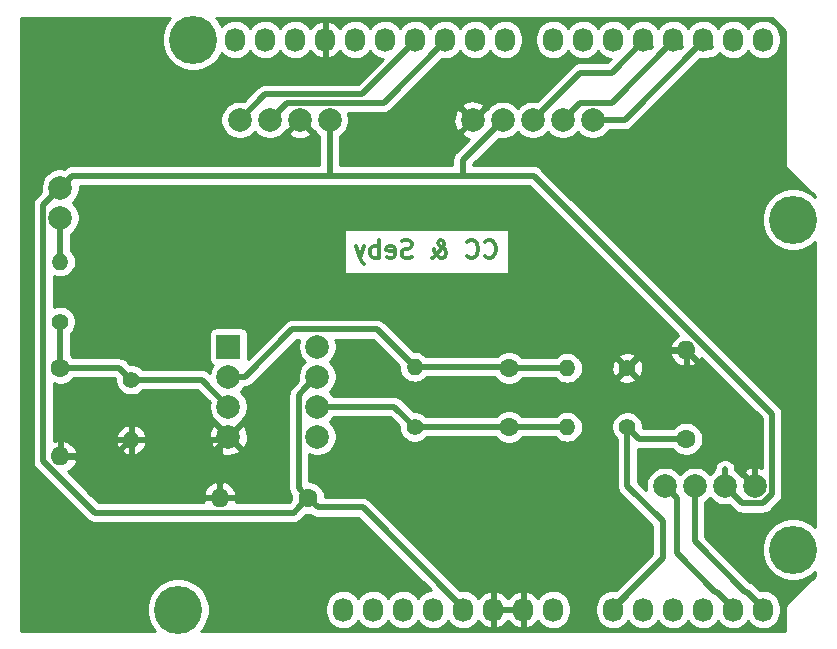
<source format=gbr>
G04 #@! TF.GenerationSoftware,KiCad,Pcbnew,(5.1.2)-2*
G04 #@! TF.CreationDate,2021-03-05T11:45:08+01:00*
G04 #@! TF.ProjectId,Shield,53686965-6c64-42e6-9b69-6361645f7063,rev?*
G04 #@! TF.SameCoordinates,Original*
G04 #@! TF.FileFunction,Copper,L2,Bot*
G04 #@! TF.FilePolarity,Positive*
%FSLAX46Y46*%
G04 Gerber Fmt 4.6, Leading zero omitted, Abs format (unit mm)*
G04 Created by KiCad (PCBNEW (5.1.2)-2) date 2021-03-05 11:45:08*
%MOMM*%
%LPD*%
G04 APERTURE LIST*
%ADD10C,0.300000*%
%ADD11O,1.600000X1.600000*%
%ADD12C,1.600000*%
%ADD13C,2.000000*%
%ADD14O,1.400000X1.400000*%
%ADD15C,1.400000*%
%ADD16R,2.000000X2.000000*%
%ADD17O,1.727200X2.032000*%
%ADD18C,4.064000*%
%ADD19C,0.500000*%
%ADD20C,0.254000*%
G04 APERTURE END LIST*
D10*
X150962285Y-93900714D02*
X151033714Y-93972142D01*
X151248000Y-94043571D01*
X151390857Y-94043571D01*
X151605142Y-93972142D01*
X151748000Y-93829285D01*
X151819428Y-93686428D01*
X151890857Y-93400714D01*
X151890857Y-93186428D01*
X151819428Y-92900714D01*
X151748000Y-92757857D01*
X151605142Y-92615000D01*
X151390857Y-92543571D01*
X151248000Y-92543571D01*
X151033714Y-92615000D01*
X150962285Y-92686428D01*
X149462285Y-93900714D02*
X149533714Y-93972142D01*
X149748000Y-94043571D01*
X149890857Y-94043571D01*
X150105142Y-93972142D01*
X150248000Y-93829285D01*
X150319428Y-93686428D01*
X150390857Y-93400714D01*
X150390857Y-93186428D01*
X150319428Y-92900714D01*
X150248000Y-92757857D01*
X150105142Y-92615000D01*
X149890857Y-92543571D01*
X149748000Y-92543571D01*
X149533714Y-92615000D01*
X149462285Y-92686428D01*
X146462285Y-94043571D02*
X146533714Y-94043571D01*
X146676571Y-93972142D01*
X146890857Y-93757857D01*
X147248000Y-93329285D01*
X147390857Y-93115000D01*
X147462285Y-92900714D01*
X147462285Y-92757857D01*
X147390857Y-92615000D01*
X147248000Y-92543571D01*
X147176571Y-92543571D01*
X147033714Y-92615000D01*
X146962285Y-92757857D01*
X146962285Y-92829285D01*
X147033714Y-92972142D01*
X147105142Y-93043571D01*
X147533714Y-93329285D01*
X147605142Y-93400714D01*
X147676571Y-93543571D01*
X147676571Y-93757857D01*
X147605142Y-93900714D01*
X147533714Y-93972142D01*
X147390857Y-94043571D01*
X147176571Y-94043571D01*
X147033714Y-93972142D01*
X146962285Y-93900714D01*
X146748000Y-93615000D01*
X146676571Y-93400714D01*
X146676571Y-93257857D01*
X144748000Y-93972142D02*
X144533714Y-94043571D01*
X144176571Y-94043571D01*
X144033714Y-93972142D01*
X143962285Y-93900714D01*
X143890857Y-93757857D01*
X143890857Y-93615000D01*
X143962285Y-93472142D01*
X144033714Y-93400714D01*
X144176571Y-93329285D01*
X144462285Y-93257857D01*
X144605142Y-93186428D01*
X144676571Y-93115000D01*
X144748000Y-92972142D01*
X144748000Y-92829285D01*
X144676571Y-92686428D01*
X144605142Y-92615000D01*
X144462285Y-92543571D01*
X144105142Y-92543571D01*
X143890857Y-92615000D01*
X142676571Y-93972142D02*
X142819428Y-94043571D01*
X143105142Y-94043571D01*
X143248000Y-93972142D01*
X143319428Y-93829285D01*
X143319428Y-93257857D01*
X143248000Y-93115000D01*
X143105142Y-93043571D01*
X142819428Y-93043571D01*
X142676571Y-93115000D01*
X142605142Y-93257857D01*
X142605142Y-93400714D01*
X143319428Y-93543571D01*
X141962285Y-94043571D02*
X141962285Y-92543571D01*
X141962285Y-93115000D02*
X141819428Y-93043571D01*
X141533714Y-93043571D01*
X141390857Y-93115000D01*
X141319428Y-93186428D01*
X141248000Y-93329285D01*
X141248000Y-93757857D01*
X141319428Y-93900714D01*
X141390857Y-93972142D01*
X141533714Y-94043571D01*
X141819428Y-94043571D01*
X141962285Y-93972142D01*
X140748000Y-93043571D02*
X140390857Y-94043571D01*
X140033714Y-93043571D02*
X140390857Y-94043571D01*
X140533714Y-94400714D01*
X140605142Y-94472142D01*
X140748000Y-94543571D01*
D11*
X128498000Y-114365000D03*
D12*
X135998000Y-114365000D03*
D13*
X149918000Y-82365000D03*
X152458000Y-82365000D03*
X154998000Y-82365000D03*
X157538000Y-82365000D03*
X160078000Y-82365000D03*
D14*
X157918000Y-108365000D03*
D15*
X162998000Y-108365000D03*
D14*
X114998000Y-94365000D03*
D15*
X114998000Y-99445000D03*
D14*
X144998000Y-103285000D03*
D15*
X144998000Y-108365000D03*
D14*
X157918000Y-103365000D03*
D15*
X162998000Y-103365000D03*
D14*
X120998000Y-109445000D03*
D15*
X120998000Y-104365000D03*
D13*
X166188000Y-113365000D03*
X168728000Y-113365000D03*
X171268000Y-113365000D03*
X173808000Y-113365000D03*
X129238000Y-109175000D03*
X136758000Y-109175000D03*
X129238000Y-106635000D03*
X136758000Y-106635000D03*
X129238000Y-104095000D03*
X136758000Y-104095000D03*
D16*
X129238000Y-101555000D03*
D13*
X136758000Y-101555000D03*
D12*
X152998000Y-103365000D03*
X152998000Y-108365000D03*
D11*
X167998000Y-101865000D03*
D12*
X167998000Y-109365000D03*
D11*
X114998000Y-110865000D03*
D12*
X114998000Y-103365000D03*
D13*
X114998000Y-90635000D03*
X114998000Y-88095000D03*
X130188000Y-82365000D03*
X132728000Y-82365000D03*
X135268000Y-82365000D03*
X137808000Y-82365000D03*
D17*
X138938000Y-123825000D03*
X141478000Y-123825000D03*
X144018000Y-123825000D03*
X146558000Y-123825000D03*
X149098000Y-123825000D03*
X151638000Y-123825000D03*
X154178000Y-123825000D03*
X156718000Y-123825000D03*
X161798000Y-123825000D03*
X164338000Y-123825000D03*
X166878000Y-123825000D03*
X169418000Y-123825000D03*
X171958000Y-123825000D03*
X174498000Y-123825000D03*
X129794000Y-75565000D03*
X132334000Y-75565000D03*
X134874000Y-75565000D03*
X137414000Y-75565000D03*
X139954000Y-75565000D03*
X142494000Y-75565000D03*
X145034000Y-75565000D03*
X147574000Y-75565000D03*
X150114000Y-75565000D03*
X152654000Y-75565000D03*
X156718000Y-75565000D03*
X159258000Y-75565000D03*
X161798000Y-75565000D03*
X164338000Y-75565000D03*
X166878000Y-75565000D03*
X169418000Y-75565000D03*
X171958000Y-75565000D03*
X174498000Y-75565000D03*
D18*
X124968000Y-123825000D03*
X177038000Y-118745000D03*
X126238000Y-75565000D03*
X177038000Y-90805000D03*
D19*
X135198001Y-115164999D02*
X135998000Y-114365000D01*
X134747999Y-115615001D02*
X135198001Y-115164999D01*
X117897999Y-115615001D02*
X134747999Y-115615001D01*
X113547999Y-111265001D02*
X117897999Y-115615001D01*
X113547999Y-89545001D02*
X113547999Y-111265001D01*
X114998000Y-88095000D02*
X113547999Y-89545001D01*
X149098000Y-123672600D02*
X149098000Y-123825000D01*
X140590399Y-115164999D02*
X149098000Y-123672600D01*
X136797999Y-115164999D02*
X140590399Y-115164999D01*
X135998000Y-114365000D02*
X136797999Y-115164999D01*
X135758001Y-105094999D02*
X136758000Y-104095000D01*
X135198001Y-105654999D02*
X135758001Y-105094999D01*
X135198001Y-113565001D02*
X135198001Y-105654999D01*
X135998000Y-114365000D02*
X135198001Y-113565001D01*
X114998000Y-88095000D02*
X115997999Y-87095001D01*
X171268000Y-111950787D02*
X171268000Y-113365000D01*
X137808000Y-87015002D02*
X137728001Y-87095001D01*
X137808000Y-82365000D02*
X137808000Y-87015002D01*
X115997999Y-87095001D02*
X137728001Y-87095001D01*
X137728001Y-87095001D02*
X149077999Y-87095001D01*
X149077999Y-85745001D02*
X149077999Y-87095001D01*
X152458000Y-82365000D02*
X149077999Y-85745001D01*
X172267999Y-114364999D02*
X171268000Y-113365000D01*
X172718001Y-114815001D02*
X172267999Y-114364999D01*
X175258001Y-114061001D02*
X174504001Y-114815001D01*
X175258001Y-107274999D02*
X175258001Y-114061001D01*
X174504001Y-114815001D02*
X172718001Y-114815001D01*
X155078003Y-87095001D02*
X175258001Y-107274999D01*
X149077999Y-87095001D02*
X155078003Y-87095001D01*
X164498000Y-101865000D02*
X162998000Y-103365000D01*
X167998000Y-101865000D02*
X164498000Y-101865000D01*
X151638000Y-123672600D02*
X151638000Y-123825000D01*
X119578000Y-110865000D02*
X120998000Y-109445000D01*
X114998000Y-110865000D02*
X119578000Y-110865000D01*
X128968000Y-109445000D02*
X129238000Y-109175000D01*
X120998000Y-109445000D02*
X128968000Y-109445000D01*
X128498000Y-109915000D02*
X129238000Y-109175000D01*
X128498000Y-114365000D02*
X128498000Y-109915000D01*
X173808000Y-107675000D02*
X173808000Y-113365000D01*
X167998000Y-101865000D02*
X173808000Y-107675000D01*
X137414000Y-75717400D02*
X137414000Y-75565000D01*
X140536412Y-80214988D02*
X145034000Y-75717400D01*
X145034000Y-75717400D02*
X145034000Y-75565000D01*
X132338012Y-80214988D02*
X140536412Y-80214988D01*
X130188000Y-82365000D02*
X132338012Y-80214988D01*
X147574000Y-75717400D02*
X147574000Y-75565000D01*
X134178001Y-80914999D02*
X142376401Y-80914999D01*
X132728000Y-82365000D02*
X134178001Y-80914999D01*
X142376401Y-80914999D02*
X147574000Y-75717400D01*
X114998000Y-94365000D02*
X114998000Y-90635000D01*
X119998000Y-103365000D02*
X120998000Y-104365000D01*
X114998000Y-103365000D02*
X119998000Y-103365000D01*
X114998000Y-99445000D02*
X114998000Y-103365000D01*
X126968000Y-104365000D02*
X129238000Y-106635000D01*
X120998000Y-104365000D02*
X126968000Y-104365000D01*
X163697999Y-109064999D02*
X162998000Y-108365000D01*
X163998000Y-109365000D02*
X163697999Y-109064999D01*
X167998000Y-109365000D02*
X163998000Y-109365000D01*
X162998000Y-122625000D02*
X161798000Y-123825000D01*
X161798000Y-123672600D02*
X161798000Y-123825000D01*
X165998000Y-119472600D02*
X161798000Y-123672600D01*
X165998000Y-116365000D02*
X165998000Y-119472600D01*
X162998000Y-113365000D02*
X165998000Y-116365000D01*
X162998000Y-108365000D02*
X162998000Y-113365000D01*
X157918000Y-103365000D02*
X152998000Y-103365000D01*
X152918000Y-103285000D02*
X152998000Y-103365000D01*
X144998000Y-103285000D02*
X152918000Y-103285000D01*
X130652213Y-104095000D02*
X129238000Y-104095000D01*
X134642214Y-100104999D02*
X130652213Y-104095000D01*
X141817999Y-100104999D02*
X134642214Y-100104999D01*
X144998000Y-103285000D02*
X141817999Y-100104999D01*
X157918000Y-108365000D02*
X152998000Y-108365000D01*
X144998000Y-108365000D02*
X152998000Y-108365000D01*
X143268000Y-106635000D02*
X144998000Y-108365000D01*
X136758000Y-106635000D02*
X143268000Y-106635000D01*
X170594400Y-122309000D02*
X171958000Y-123672600D01*
X171958000Y-123672600D02*
X171958000Y-123825000D01*
X170442000Y-122309000D02*
X170594400Y-122309000D01*
X167187999Y-119054999D02*
X170442000Y-122309000D01*
X167187999Y-114364999D02*
X167187999Y-119054999D01*
X166188000Y-113365000D02*
X167187999Y-114364999D01*
X174498000Y-123672600D02*
X174498000Y-123825000D01*
X173134400Y-122309000D02*
X174498000Y-123672600D01*
X172982000Y-122309000D02*
X173134400Y-122309000D01*
X168728000Y-118055000D02*
X172982000Y-122309000D01*
X168728000Y-113365000D02*
X168728000Y-118055000D01*
X167538000Y-76225000D02*
X166878000Y-75565000D01*
X166878000Y-75717400D02*
X166878000Y-75565000D01*
X161680401Y-80914999D02*
X166878000Y-75717400D01*
X158988001Y-80914999D02*
X161680401Y-80914999D01*
X157538000Y-82365000D02*
X158988001Y-80914999D01*
X164998000Y-76225000D02*
X164338000Y-75565000D01*
X164338000Y-75717400D02*
X164338000Y-75565000D01*
X161690400Y-78365000D02*
X164338000Y-75717400D01*
X158998000Y-78365000D02*
X161690400Y-78365000D01*
X154998000Y-82365000D02*
X158998000Y-78365000D01*
X170078000Y-76225000D02*
X169418000Y-75565000D01*
X169418000Y-75717400D02*
X169418000Y-75565000D01*
X162770400Y-82365000D02*
X169418000Y-75717400D01*
X160078000Y-82365000D02*
X162770400Y-82365000D01*
D20*
G36*
X124166406Y-73864887D02*
G01*
X123874536Y-74301702D01*
X123673492Y-74787065D01*
X123571000Y-75302323D01*
X123571000Y-75827677D01*
X123673492Y-76342935D01*
X123874536Y-76828298D01*
X124166406Y-77265113D01*
X124537887Y-77636594D01*
X124974702Y-77928464D01*
X125460065Y-78129508D01*
X125975323Y-78232000D01*
X126500677Y-78232000D01*
X127015935Y-78129508D01*
X127501298Y-77928464D01*
X127938113Y-77636594D01*
X128309594Y-77265113D01*
X128601464Y-76828298D01*
X128657001Y-76694219D01*
X128729203Y-76782197D01*
X128957395Y-76969469D01*
X129217737Y-77108625D01*
X129500224Y-77194316D01*
X129794000Y-77223251D01*
X130087777Y-77194316D01*
X130370264Y-77108625D01*
X130630606Y-76969469D01*
X130858797Y-76782197D01*
X131046069Y-76554006D01*
X131064000Y-76520459D01*
X131081931Y-76554006D01*
X131269203Y-76782197D01*
X131497395Y-76969469D01*
X131757737Y-77108625D01*
X132040224Y-77194316D01*
X132334000Y-77223251D01*
X132627777Y-77194316D01*
X132910264Y-77108625D01*
X133170606Y-76969469D01*
X133398797Y-76782197D01*
X133586069Y-76554006D01*
X133604000Y-76520459D01*
X133621931Y-76554006D01*
X133809203Y-76782197D01*
X134037395Y-76969469D01*
X134297737Y-77108625D01*
X134580224Y-77194316D01*
X134874000Y-77223251D01*
X135167777Y-77194316D01*
X135450264Y-77108625D01*
X135710606Y-76969469D01*
X135938797Y-76782197D01*
X136126069Y-76554006D01*
X136147424Y-76514053D01*
X136295514Y-76716729D01*
X136511965Y-76915733D01*
X136763081Y-77068686D01*
X137039211Y-77169709D01*
X137054974Y-77172358D01*
X137287000Y-77051217D01*
X137287000Y-75692000D01*
X137267000Y-75692000D01*
X137267000Y-75438000D01*
X137287000Y-75438000D01*
X137287000Y-74078783D01*
X137054974Y-73957642D01*
X137039211Y-73960291D01*
X136763081Y-74061314D01*
X136511965Y-74214267D01*
X136295514Y-74413271D01*
X136147424Y-74615947D01*
X136126069Y-74575994D01*
X135938797Y-74347803D01*
X135710605Y-74160531D01*
X135450263Y-74021375D01*
X135167776Y-73935684D01*
X134874000Y-73906749D01*
X134580223Y-73935684D01*
X134297736Y-74021375D01*
X134037394Y-74160531D01*
X133809203Y-74347803D01*
X133621931Y-74575995D01*
X133604000Y-74609541D01*
X133586069Y-74575994D01*
X133398797Y-74347803D01*
X133170605Y-74160531D01*
X132910263Y-74021375D01*
X132627776Y-73935684D01*
X132334000Y-73906749D01*
X132040223Y-73935684D01*
X131757736Y-74021375D01*
X131497394Y-74160531D01*
X131269203Y-74347803D01*
X131081931Y-74575995D01*
X131064000Y-74609541D01*
X131046069Y-74575994D01*
X130858797Y-74347803D01*
X130630605Y-74160531D01*
X130370263Y-74021375D01*
X130087776Y-73935684D01*
X129794000Y-73906749D01*
X129500223Y-73935684D01*
X129217736Y-74021375D01*
X128957394Y-74160531D01*
X128729203Y-74347803D01*
X128657001Y-74435781D01*
X128601464Y-74301702D01*
X128309594Y-73864887D01*
X128179707Y-73735000D01*
X175219909Y-73735000D01*
X176328001Y-74843093D01*
X176328000Y-85944125D01*
X176324565Y-85979000D01*
X176328000Y-86013875D01*
X176328000Y-86013876D01*
X176338273Y-86118183D01*
X176378872Y-86252019D01*
X176444800Y-86375362D01*
X176533525Y-86483474D01*
X176560617Y-86505708D01*
X178868001Y-88813093D01*
X178868001Y-88863294D01*
X178738113Y-88733406D01*
X178301298Y-88441536D01*
X177815935Y-88240492D01*
X177300677Y-88138000D01*
X176775323Y-88138000D01*
X176260065Y-88240492D01*
X175774702Y-88441536D01*
X175337887Y-88733406D01*
X174966406Y-89104887D01*
X174674536Y-89541702D01*
X174473492Y-90027065D01*
X174371000Y-90542323D01*
X174371000Y-91067677D01*
X174473492Y-91582935D01*
X174674536Y-92068298D01*
X174966406Y-92505113D01*
X175337887Y-92876594D01*
X175774702Y-93168464D01*
X176260065Y-93369508D01*
X176775323Y-93472000D01*
X177300677Y-93472000D01*
X177815935Y-93369508D01*
X178301298Y-93168464D01*
X178738113Y-92876594D01*
X178868001Y-92746706D01*
X178868000Y-116803293D01*
X178738113Y-116673406D01*
X178301298Y-116381536D01*
X177815935Y-116180492D01*
X177300677Y-116078000D01*
X176775323Y-116078000D01*
X176260065Y-116180492D01*
X175774702Y-116381536D01*
X175337887Y-116673406D01*
X174966406Y-117044887D01*
X174674536Y-117481702D01*
X174473492Y-117967065D01*
X174371000Y-118482323D01*
X174371000Y-119007677D01*
X174473492Y-119522935D01*
X174674536Y-120008298D01*
X174966406Y-120445113D01*
X175337887Y-120816594D01*
X175774702Y-121108464D01*
X176260065Y-121309508D01*
X176775323Y-121412000D01*
X177300677Y-121412000D01*
X177815935Y-121309508D01*
X178301298Y-121108464D01*
X178738113Y-120816594D01*
X178868000Y-120686707D01*
X178868000Y-120990908D01*
X176560617Y-123298292D01*
X176533526Y-123320525D01*
X176511293Y-123347616D01*
X176444801Y-123428637D01*
X176378872Y-123551981D01*
X176338274Y-123685816D01*
X176324565Y-123825000D01*
X176328001Y-123859885D01*
X176328000Y-125655000D01*
X126909707Y-125655000D01*
X127039594Y-125525113D01*
X127331464Y-125088298D01*
X127532508Y-124602935D01*
X127635000Y-124087677D01*
X127635000Y-123562323D01*
X127532508Y-123047065D01*
X127331464Y-122561702D01*
X127039594Y-122124887D01*
X126668113Y-121753406D01*
X126231298Y-121461536D01*
X125745935Y-121260492D01*
X125230677Y-121158000D01*
X124705323Y-121158000D01*
X124190065Y-121260492D01*
X123704702Y-121461536D01*
X123267887Y-121753406D01*
X122896406Y-122124887D01*
X122604536Y-122561702D01*
X122403492Y-123047065D01*
X122301000Y-123562323D01*
X122301000Y-124087677D01*
X122403492Y-124602935D01*
X122604536Y-125088298D01*
X122896406Y-125525113D01*
X123026293Y-125655000D01*
X111708000Y-125655000D01*
X111708000Y-89545001D01*
X112658718Y-89545001D01*
X112662999Y-89588470D01*
X112663000Y-111221522D01*
X112658718Y-111265001D01*
X112675804Y-111438491D01*
X112726411Y-111605314D01*
X112808589Y-111759060D01*
X112891467Y-111860047D01*
X112891470Y-111860050D01*
X112919183Y-111893818D01*
X112952950Y-111921531D01*
X117241469Y-116210050D01*
X117269182Y-116243818D01*
X117302950Y-116271531D01*
X117302952Y-116271533D01*
X117363865Y-116321523D01*
X117403940Y-116354412D01*
X117557686Y-116436590D01*
X117673902Y-116471844D01*
X117724508Y-116487196D01*
X117739305Y-116488653D01*
X117854522Y-116500001D01*
X117854530Y-116500001D01*
X117897999Y-116504282D01*
X117941468Y-116500001D01*
X134704530Y-116500001D01*
X134747999Y-116504282D01*
X134791468Y-116500001D01*
X134791476Y-116500001D01*
X134921489Y-116487196D01*
X135088312Y-116436590D01*
X135242058Y-116354412D01*
X135376816Y-116243818D01*
X135404533Y-116210045D01*
X135821561Y-115793017D01*
X135856665Y-115800000D01*
X136139335Y-115800000D01*
X136169424Y-115794015D01*
X136202950Y-115821529D01*
X136202952Y-115821531D01*
X136263158Y-115870941D01*
X136303940Y-115904410D01*
X136457686Y-115986588D01*
X136624509Y-116037194D01*
X136754522Y-116049999D01*
X136754532Y-116049999D01*
X136797998Y-116054280D01*
X136841464Y-116049999D01*
X140223821Y-116049999D01*
X146360065Y-122186244D01*
X146264223Y-122195684D01*
X145981736Y-122281375D01*
X145721394Y-122420531D01*
X145493203Y-122607803D01*
X145305931Y-122835995D01*
X145288000Y-122869541D01*
X145270069Y-122835994D01*
X145082797Y-122607803D01*
X144854605Y-122420531D01*
X144594263Y-122281375D01*
X144311776Y-122195684D01*
X144018000Y-122166749D01*
X143724223Y-122195684D01*
X143441736Y-122281375D01*
X143181394Y-122420531D01*
X142953203Y-122607803D01*
X142765931Y-122835995D01*
X142748000Y-122869541D01*
X142730069Y-122835994D01*
X142542797Y-122607803D01*
X142314605Y-122420531D01*
X142054263Y-122281375D01*
X141771776Y-122195684D01*
X141478000Y-122166749D01*
X141184223Y-122195684D01*
X140901736Y-122281375D01*
X140641394Y-122420531D01*
X140413203Y-122607803D01*
X140225931Y-122835995D01*
X140208000Y-122869541D01*
X140190069Y-122835994D01*
X140002797Y-122607803D01*
X139774605Y-122420531D01*
X139514263Y-122281375D01*
X139231776Y-122195684D01*
X138938000Y-122166749D01*
X138644223Y-122195684D01*
X138361736Y-122281375D01*
X138101394Y-122420531D01*
X137873203Y-122607803D01*
X137685931Y-122835995D01*
X137546775Y-123096337D01*
X137461084Y-123378824D01*
X137439400Y-123598982D01*
X137439400Y-124051019D01*
X137461084Y-124271177D01*
X137546775Y-124553664D01*
X137685931Y-124814006D01*
X137873203Y-125042197D01*
X138101395Y-125229469D01*
X138361737Y-125368625D01*
X138644224Y-125454316D01*
X138938000Y-125483251D01*
X139231777Y-125454316D01*
X139514264Y-125368625D01*
X139774606Y-125229469D01*
X140002797Y-125042197D01*
X140190069Y-124814006D01*
X140208000Y-124780459D01*
X140225931Y-124814006D01*
X140413203Y-125042197D01*
X140641395Y-125229469D01*
X140901737Y-125368625D01*
X141184224Y-125454316D01*
X141478000Y-125483251D01*
X141771777Y-125454316D01*
X142054264Y-125368625D01*
X142314606Y-125229469D01*
X142542797Y-125042197D01*
X142730069Y-124814006D01*
X142748000Y-124780459D01*
X142765931Y-124814006D01*
X142953203Y-125042197D01*
X143181395Y-125229469D01*
X143441737Y-125368625D01*
X143724224Y-125454316D01*
X144018000Y-125483251D01*
X144311777Y-125454316D01*
X144594264Y-125368625D01*
X144854606Y-125229469D01*
X145082797Y-125042197D01*
X145270069Y-124814006D01*
X145288000Y-124780459D01*
X145305931Y-124814006D01*
X145493203Y-125042197D01*
X145721395Y-125229469D01*
X145981737Y-125368625D01*
X146264224Y-125454316D01*
X146558000Y-125483251D01*
X146851777Y-125454316D01*
X147134264Y-125368625D01*
X147394606Y-125229469D01*
X147622797Y-125042197D01*
X147810069Y-124814006D01*
X147828000Y-124780459D01*
X147845931Y-124814006D01*
X148033203Y-125042197D01*
X148261395Y-125229469D01*
X148521737Y-125368625D01*
X148804224Y-125454316D01*
X149098000Y-125483251D01*
X149391777Y-125454316D01*
X149674264Y-125368625D01*
X149934606Y-125229469D01*
X150162797Y-125042197D01*
X150350069Y-124814006D01*
X150371424Y-124774053D01*
X150519514Y-124976729D01*
X150735965Y-125175733D01*
X150987081Y-125328686D01*
X151263211Y-125429709D01*
X151278974Y-125432358D01*
X151511000Y-125311217D01*
X151511000Y-123952000D01*
X151765000Y-123952000D01*
X151765000Y-125311217D01*
X151997026Y-125432358D01*
X152012789Y-125429709D01*
X152288919Y-125328686D01*
X152540035Y-125175733D01*
X152756486Y-124976729D01*
X152908000Y-124769367D01*
X153059514Y-124976729D01*
X153275965Y-125175733D01*
X153527081Y-125328686D01*
X153803211Y-125429709D01*
X153818974Y-125432358D01*
X154051000Y-125311217D01*
X154051000Y-123952000D01*
X151765000Y-123952000D01*
X151511000Y-123952000D01*
X151491000Y-123952000D01*
X151491000Y-123698000D01*
X151511000Y-123698000D01*
X151511000Y-122338783D01*
X151765000Y-122338783D01*
X151765000Y-123698000D01*
X154051000Y-123698000D01*
X154051000Y-122338783D01*
X154305000Y-122338783D01*
X154305000Y-123698000D01*
X154325000Y-123698000D01*
X154325000Y-123952000D01*
X154305000Y-123952000D01*
X154305000Y-125311217D01*
X154537026Y-125432358D01*
X154552789Y-125429709D01*
X154828919Y-125328686D01*
X155080035Y-125175733D01*
X155296486Y-124976729D01*
X155444576Y-124774053D01*
X155465931Y-124814006D01*
X155653203Y-125042197D01*
X155881395Y-125229469D01*
X156141737Y-125368625D01*
X156424224Y-125454316D01*
X156718000Y-125483251D01*
X157011777Y-125454316D01*
X157294264Y-125368625D01*
X157554606Y-125229469D01*
X157782797Y-125042197D01*
X157970069Y-124814006D01*
X158109225Y-124553663D01*
X158194916Y-124271176D01*
X158216600Y-124051018D01*
X158216600Y-123598981D01*
X158194916Y-123378823D01*
X158109225Y-123096336D01*
X157970069Y-122835994D01*
X157782797Y-122607803D01*
X157554605Y-122420531D01*
X157294263Y-122281375D01*
X157011776Y-122195684D01*
X156718000Y-122166749D01*
X156424223Y-122195684D01*
X156141736Y-122281375D01*
X155881394Y-122420531D01*
X155653203Y-122607803D01*
X155465931Y-122835995D01*
X155444576Y-122875947D01*
X155296486Y-122673271D01*
X155080035Y-122474267D01*
X154828919Y-122321314D01*
X154552789Y-122220291D01*
X154537026Y-122217642D01*
X154305000Y-122338783D01*
X154051000Y-122338783D01*
X153818974Y-122217642D01*
X153803211Y-122220291D01*
X153527081Y-122321314D01*
X153275965Y-122474267D01*
X153059514Y-122673271D01*
X152908000Y-122880633D01*
X152756486Y-122673271D01*
X152540035Y-122474267D01*
X152288919Y-122321314D01*
X152012789Y-122220291D01*
X151997026Y-122217642D01*
X151765000Y-122338783D01*
X151511000Y-122338783D01*
X151278974Y-122217642D01*
X151263211Y-122220291D01*
X150987081Y-122321314D01*
X150735965Y-122474267D01*
X150519514Y-122673271D01*
X150371424Y-122875947D01*
X150350069Y-122835994D01*
X150162797Y-122607803D01*
X149934605Y-122420531D01*
X149674263Y-122281375D01*
X149391776Y-122195684D01*
X149098000Y-122166749D01*
X148866526Y-122189548D01*
X141246931Y-114569953D01*
X141219216Y-114536182D01*
X141084458Y-114425588D01*
X140930712Y-114343410D01*
X140763889Y-114292804D01*
X140633876Y-114279999D01*
X140633868Y-114279999D01*
X140590399Y-114275718D01*
X140546930Y-114279999D01*
X137433000Y-114279999D01*
X137433000Y-114223665D01*
X137377853Y-113946426D01*
X137269680Y-113685273D01*
X137112637Y-113450241D01*
X136912759Y-113250363D01*
X136677727Y-113093320D01*
X136416574Y-112985147D01*
X136139335Y-112930000D01*
X136083001Y-112930000D01*
X136083001Y-110665117D01*
X136281088Y-110747168D01*
X136596967Y-110810000D01*
X136919033Y-110810000D01*
X137234912Y-110747168D01*
X137532463Y-110623918D01*
X137800252Y-110444987D01*
X138027987Y-110217252D01*
X138206918Y-109949463D01*
X138330168Y-109651912D01*
X138393000Y-109336033D01*
X138393000Y-109013967D01*
X138330168Y-108698088D01*
X138206918Y-108400537D01*
X138027987Y-108132748D01*
X137800252Y-107905013D01*
X137800233Y-107905000D01*
X137800252Y-107904987D01*
X138027987Y-107677252D01*
X138133059Y-107520000D01*
X142901422Y-107520000D01*
X143663000Y-108281579D01*
X143663000Y-108496486D01*
X143714304Y-108754405D01*
X143814939Y-108997359D01*
X143961038Y-109216013D01*
X144146987Y-109401962D01*
X144365641Y-109548061D01*
X144608595Y-109648696D01*
X144866514Y-109700000D01*
X145129486Y-109700000D01*
X145387405Y-109648696D01*
X145630359Y-109548061D01*
X145849013Y-109401962D01*
X146000975Y-109250000D01*
X151863479Y-109250000D01*
X151883363Y-109279759D01*
X152083241Y-109479637D01*
X152318273Y-109636680D01*
X152579426Y-109744853D01*
X152856665Y-109800000D01*
X153139335Y-109800000D01*
X153416574Y-109744853D01*
X153677727Y-109636680D01*
X153912759Y-109479637D01*
X154112637Y-109279759D01*
X154132521Y-109250000D01*
X156917287Y-109250000D01*
X156969445Y-109313555D01*
X157172725Y-109480382D01*
X157404646Y-109604347D01*
X157656294Y-109680683D01*
X157852421Y-109700000D01*
X157983579Y-109700000D01*
X158179706Y-109680683D01*
X158431354Y-109604347D01*
X158663275Y-109480382D01*
X158866555Y-109313555D01*
X159033382Y-109110275D01*
X159157347Y-108878354D01*
X159233683Y-108626706D01*
X159259459Y-108365000D01*
X159233683Y-108103294D01*
X159157347Y-107851646D01*
X159033382Y-107619725D01*
X158866555Y-107416445D01*
X158663275Y-107249618D01*
X158431354Y-107125653D01*
X158179706Y-107049317D01*
X157983579Y-107030000D01*
X157852421Y-107030000D01*
X157656294Y-107049317D01*
X157404646Y-107125653D01*
X157172725Y-107249618D01*
X156969445Y-107416445D01*
X156917287Y-107480000D01*
X154132521Y-107480000D01*
X154112637Y-107450241D01*
X153912759Y-107250363D01*
X153677727Y-107093320D01*
X153416574Y-106985147D01*
X153139335Y-106930000D01*
X152856665Y-106930000D01*
X152579426Y-106985147D01*
X152318273Y-107093320D01*
X152083241Y-107250363D01*
X151883363Y-107450241D01*
X151863479Y-107480000D01*
X146000975Y-107480000D01*
X145849013Y-107328038D01*
X145630359Y-107181939D01*
X145387405Y-107081304D01*
X145129486Y-107030000D01*
X144914579Y-107030000D01*
X143924534Y-106039956D01*
X143896817Y-106006183D01*
X143762059Y-105895589D01*
X143608313Y-105813411D01*
X143441490Y-105762805D01*
X143311477Y-105750000D01*
X143311469Y-105750000D01*
X143268000Y-105745719D01*
X143224531Y-105750000D01*
X138133059Y-105750000D01*
X138027987Y-105592748D01*
X137800252Y-105365013D01*
X137800233Y-105365000D01*
X137800252Y-105364987D01*
X138027987Y-105137252D01*
X138206918Y-104869463D01*
X138330168Y-104571912D01*
X138393000Y-104256033D01*
X138393000Y-103933967D01*
X138330168Y-103618088D01*
X138206918Y-103320537D01*
X138027987Y-103052748D01*
X137800252Y-102825013D01*
X137800233Y-102825000D01*
X137800252Y-102824987D01*
X138027987Y-102597252D01*
X138206918Y-102329463D01*
X138330168Y-102031912D01*
X138393000Y-101716033D01*
X138393000Y-101393967D01*
X138330168Y-101078088D01*
X138293680Y-100989999D01*
X141451421Y-100989999D01*
X143664600Y-103203179D01*
X143656541Y-103285000D01*
X143682317Y-103546706D01*
X143758653Y-103798354D01*
X143882618Y-104030275D01*
X144049445Y-104233555D01*
X144252725Y-104400382D01*
X144484646Y-104524347D01*
X144736294Y-104600683D01*
X144932421Y-104620000D01*
X145063579Y-104620000D01*
X145259706Y-104600683D01*
X145511354Y-104524347D01*
X145743275Y-104400382D01*
X145946555Y-104233555D01*
X145998713Y-104170000D01*
X151810025Y-104170000D01*
X151883363Y-104279759D01*
X152083241Y-104479637D01*
X152318273Y-104636680D01*
X152579426Y-104744853D01*
X152856665Y-104800000D01*
X153139335Y-104800000D01*
X153416574Y-104744853D01*
X153677727Y-104636680D01*
X153912759Y-104479637D01*
X154112637Y-104279759D01*
X154132521Y-104250000D01*
X156917287Y-104250000D01*
X156969445Y-104313555D01*
X157172725Y-104480382D01*
X157404646Y-104604347D01*
X157656294Y-104680683D01*
X157852421Y-104700000D01*
X157983579Y-104700000D01*
X158179706Y-104680683D01*
X158431354Y-104604347D01*
X158663275Y-104480382D01*
X158866555Y-104313555D01*
X158888947Y-104286269D01*
X162256336Y-104286269D01*
X162315797Y-104520037D01*
X162554242Y-104630934D01*
X162809740Y-104693183D01*
X163072473Y-104704390D01*
X163332344Y-104664125D01*
X163579366Y-104573935D01*
X163680203Y-104520037D01*
X163739664Y-104286269D01*
X162998000Y-103544605D01*
X162256336Y-104286269D01*
X158888947Y-104286269D01*
X159033382Y-104110275D01*
X159157347Y-103878354D01*
X159233683Y-103626706D01*
X159252123Y-103439473D01*
X161658610Y-103439473D01*
X161698875Y-103699344D01*
X161789065Y-103946366D01*
X161842963Y-104047203D01*
X162076731Y-104106664D01*
X162818395Y-103365000D01*
X163177605Y-103365000D01*
X163919269Y-104106664D01*
X164153037Y-104047203D01*
X164263934Y-103808758D01*
X164326183Y-103553260D01*
X164337390Y-103290527D01*
X164297125Y-103030656D01*
X164206935Y-102783634D01*
X164153037Y-102682797D01*
X163919269Y-102623336D01*
X163177605Y-103365000D01*
X162818395Y-103365000D01*
X162076731Y-102623336D01*
X161842963Y-102682797D01*
X161732066Y-102921242D01*
X161669817Y-103176740D01*
X161658610Y-103439473D01*
X159252123Y-103439473D01*
X159259459Y-103365000D01*
X159233683Y-103103294D01*
X159157347Y-102851646D01*
X159033382Y-102619725D01*
X158888948Y-102443731D01*
X162256336Y-102443731D01*
X162998000Y-103185395D01*
X163739664Y-102443731D01*
X163681241Y-102214040D01*
X166606091Y-102214040D01*
X166700930Y-102478881D01*
X166845615Y-102720131D01*
X167034586Y-102928519D01*
X167260580Y-103096037D01*
X167514913Y-103216246D01*
X167648961Y-103256904D01*
X167871000Y-103134915D01*
X167871000Y-101992000D01*
X166727376Y-101992000D01*
X166606091Y-102214040D01*
X163681241Y-102214040D01*
X163680203Y-102209963D01*
X163441758Y-102099066D01*
X163186260Y-102036817D01*
X162923527Y-102025610D01*
X162663656Y-102065875D01*
X162416634Y-102156065D01*
X162315797Y-102209963D01*
X162256336Y-102443731D01*
X158888948Y-102443731D01*
X158866555Y-102416445D01*
X158663275Y-102249618D01*
X158431354Y-102125653D01*
X158179706Y-102049317D01*
X157983579Y-102030000D01*
X157852421Y-102030000D01*
X157656294Y-102049317D01*
X157404646Y-102125653D01*
X157172725Y-102249618D01*
X156969445Y-102416445D01*
X156917287Y-102480000D01*
X154132521Y-102480000D01*
X154112637Y-102450241D01*
X153912759Y-102250363D01*
X153677727Y-102093320D01*
X153416574Y-101985147D01*
X153139335Y-101930000D01*
X152856665Y-101930000D01*
X152579426Y-101985147D01*
X152318273Y-102093320D01*
X152083241Y-102250363D01*
X151933604Y-102400000D01*
X145998713Y-102400000D01*
X145946555Y-102336445D01*
X145743275Y-102169618D01*
X145511354Y-102045653D01*
X145259706Y-101969317D01*
X145063579Y-101950000D01*
X144932421Y-101950000D01*
X144916179Y-101951600D01*
X142474533Y-99509955D01*
X142446816Y-99476182D01*
X142312058Y-99365588D01*
X142158312Y-99283410D01*
X141991489Y-99232804D01*
X141861476Y-99219999D01*
X141861468Y-99219999D01*
X141817999Y-99215718D01*
X141774530Y-99219999D01*
X134685683Y-99219999D01*
X134642214Y-99215718D01*
X134598745Y-99219999D01*
X134598737Y-99219999D01*
X134468724Y-99232804D01*
X134301900Y-99283410D01*
X134148155Y-99365588D01*
X134047167Y-99448467D01*
X134047165Y-99448469D01*
X134013397Y-99476182D01*
X133985684Y-99509950D01*
X130869019Y-102626616D01*
X130876072Y-102555000D01*
X130876072Y-100555000D01*
X130863812Y-100430518D01*
X130827502Y-100310820D01*
X130768537Y-100200506D01*
X130689185Y-100103815D01*
X130592494Y-100024463D01*
X130482180Y-99965498D01*
X130362482Y-99929188D01*
X130238000Y-99916928D01*
X128238000Y-99916928D01*
X128113518Y-99929188D01*
X127993820Y-99965498D01*
X127883506Y-100024463D01*
X127786815Y-100103815D01*
X127707463Y-100200506D01*
X127648498Y-100310820D01*
X127612188Y-100430518D01*
X127599928Y-100555000D01*
X127599928Y-102555000D01*
X127612188Y-102679482D01*
X127648498Y-102799180D01*
X127707463Y-102909494D01*
X127786815Y-103006185D01*
X127883506Y-103085537D01*
X127929630Y-103110191D01*
X127789082Y-103320537D01*
X127665832Y-103618088D01*
X127633784Y-103779206D01*
X127624534Y-103769956D01*
X127596817Y-103736183D01*
X127462059Y-103625589D01*
X127308313Y-103543411D01*
X127141490Y-103492805D01*
X127011477Y-103480000D01*
X127011469Y-103480000D01*
X126968000Y-103475719D01*
X126924531Y-103480000D01*
X122000975Y-103480000D01*
X121849013Y-103328038D01*
X121630359Y-103181939D01*
X121387405Y-103081304D01*
X121129486Y-103030000D01*
X120914578Y-103030000D01*
X120654532Y-102769954D01*
X120626817Y-102736183D01*
X120492059Y-102625589D01*
X120338313Y-102543411D01*
X120171490Y-102492805D01*
X120041477Y-102480000D01*
X120041469Y-102480000D01*
X119998000Y-102475719D01*
X119954531Y-102480000D01*
X116132521Y-102480000D01*
X116112637Y-102450241D01*
X115912759Y-102250363D01*
X115883000Y-102230479D01*
X115883000Y-100447975D01*
X116034962Y-100296013D01*
X116181061Y-100077359D01*
X116281696Y-99834405D01*
X116333000Y-99576486D01*
X116333000Y-99313514D01*
X116281696Y-99055595D01*
X116181061Y-98812641D01*
X116034962Y-98593987D01*
X115849013Y-98408038D01*
X115630359Y-98261939D01*
X115387405Y-98161304D01*
X115129486Y-98110000D01*
X114866514Y-98110000D01*
X114608595Y-98161304D01*
X114432999Y-98234038D01*
X114432999Y-95576741D01*
X114484646Y-95604347D01*
X114736294Y-95680683D01*
X114932421Y-95700000D01*
X115063579Y-95700000D01*
X115259706Y-95680683D01*
X115511354Y-95604347D01*
X115743275Y-95480382D01*
X115946555Y-95313555D01*
X116113382Y-95110275D01*
X116237347Y-94878354D01*
X116313683Y-94626706D01*
X116339459Y-94365000D01*
X116313683Y-94103294D01*
X116237347Y-93851646D01*
X116113382Y-93619725D01*
X115946555Y-93416445D01*
X115883000Y-93364287D01*
X115883000Y-92010059D01*
X116040252Y-91904987D01*
X116267987Y-91677252D01*
X116336309Y-91575000D01*
X139034429Y-91575000D01*
X139034429Y-95395000D01*
X152961572Y-95395000D01*
X152961572Y-91575000D01*
X139034429Y-91575000D01*
X116336309Y-91575000D01*
X116446918Y-91409463D01*
X116570168Y-91111912D01*
X116633000Y-90796033D01*
X116633000Y-90473967D01*
X116570168Y-90158088D01*
X116446918Y-89860537D01*
X116267987Y-89592748D01*
X116040252Y-89365013D01*
X116040233Y-89365000D01*
X116040252Y-89364987D01*
X116267987Y-89137252D01*
X116446918Y-88869463D01*
X116570168Y-88571912D01*
X116633000Y-88256033D01*
X116633000Y-87980001D01*
X137684532Y-87980001D01*
X137728001Y-87984282D01*
X137771470Y-87980001D01*
X149034523Y-87980001D01*
X149077999Y-87984283D01*
X149121476Y-87980001D01*
X154711425Y-87980001D01*
X167331749Y-100600325D01*
X167260580Y-100633963D01*
X167034586Y-100801481D01*
X166845615Y-101009869D01*
X166700930Y-101251119D01*
X166606091Y-101515960D01*
X166727376Y-101738000D01*
X167871000Y-101738000D01*
X167871000Y-101718000D01*
X168125000Y-101718000D01*
X168125000Y-101738000D01*
X168145000Y-101738000D01*
X168145000Y-101992000D01*
X168125000Y-101992000D01*
X168125000Y-103134915D01*
X168347039Y-103256904D01*
X168481087Y-103216246D01*
X168735420Y-103096037D01*
X168961414Y-102928519D01*
X169150385Y-102720131D01*
X169263292Y-102531869D01*
X174373001Y-107641578D01*
X174373002Y-111822873D01*
X174066892Y-111742616D01*
X173745405Y-111723282D01*
X173426325Y-111767039D01*
X173121912Y-111872205D01*
X172947956Y-111965186D01*
X172852192Y-112229587D01*
X173808000Y-113185395D01*
X173822143Y-113171253D01*
X174001748Y-113350858D01*
X173987605Y-113365000D01*
X174001748Y-113379143D01*
X173822143Y-113558748D01*
X173808000Y-113544605D01*
X173793858Y-113558748D01*
X173614253Y-113379143D01*
X173628395Y-113365000D01*
X172672587Y-112409192D01*
X172610720Y-112431600D01*
X172537987Y-112322748D01*
X172310252Y-112095013D01*
X172153000Y-111989941D01*
X172153000Y-111907310D01*
X172140195Y-111777297D01*
X172089589Y-111610474D01*
X172007411Y-111456728D01*
X171896817Y-111321970D01*
X171762058Y-111211376D01*
X171608312Y-111129198D01*
X171441489Y-111078592D01*
X171268000Y-111061505D01*
X171094510Y-111078592D01*
X170927687Y-111129198D01*
X170773941Y-111211376D01*
X170639183Y-111321970D01*
X170528589Y-111456729D01*
X170446411Y-111610475D01*
X170395805Y-111777298D01*
X170383000Y-111907311D01*
X170383000Y-111989940D01*
X170225748Y-112095013D01*
X169998013Y-112322748D01*
X169998000Y-112322767D01*
X169997987Y-112322748D01*
X169770252Y-112095013D01*
X169502463Y-111916082D01*
X169204912Y-111792832D01*
X168889033Y-111730000D01*
X168566967Y-111730000D01*
X168251088Y-111792832D01*
X167953537Y-111916082D01*
X167685748Y-112095013D01*
X167458013Y-112322748D01*
X167458000Y-112322767D01*
X167457987Y-112322748D01*
X167230252Y-112095013D01*
X166962463Y-111916082D01*
X166664912Y-111792832D01*
X166349033Y-111730000D01*
X166026967Y-111730000D01*
X165711088Y-111792832D01*
X165413537Y-111916082D01*
X165145748Y-112095013D01*
X164918013Y-112322748D01*
X164739082Y-112590537D01*
X164615832Y-112888088D01*
X164553000Y-113203967D01*
X164553000Y-113526033D01*
X164588355Y-113703777D01*
X163883000Y-112998422D01*
X163883000Y-110242956D01*
X163954523Y-110250000D01*
X163954533Y-110250000D01*
X163997999Y-110254281D01*
X164041465Y-110250000D01*
X166863479Y-110250000D01*
X166883363Y-110279759D01*
X167083241Y-110479637D01*
X167318273Y-110636680D01*
X167579426Y-110744853D01*
X167856665Y-110800000D01*
X168139335Y-110800000D01*
X168416574Y-110744853D01*
X168677727Y-110636680D01*
X168912759Y-110479637D01*
X169112637Y-110279759D01*
X169269680Y-110044727D01*
X169377853Y-109783574D01*
X169433000Y-109506335D01*
X169433000Y-109223665D01*
X169377853Y-108946426D01*
X169269680Y-108685273D01*
X169112637Y-108450241D01*
X168912759Y-108250363D01*
X168677727Y-108093320D01*
X168416574Y-107985147D01*
X168139335Y-107930000D01*
X167856665Y-107930000D01*
X167579426Y-107985147D01*
X167318273Y-108093320D01*
X167083241Y-108250363D01*
X166883363Y-108450241D01*
X166863479Y-108480000D01*
X164364578Y-108480000D01*
X164354536Y-108469958D01*
X164354531Y-108469952D01*
X164333000Y-108448421D01*
X164333000Y-108233514D01*
X164281696Y-107975595D01*
X164181061Y-107732641D01*
X164034962Y-107513987D01*
X163849013Y-107328038D01*
X163630359Y-107181939D01*
X163387405Y-107081304D01*
X163129486Y-107030000D01*
X162866514Y-107030000D01*
X162608595Y-107081304D01*
X162365641Y-107181939D01*
X162146987Y-107328038D01*
X161961038Y-107513987D01*
X161814939Y-107732641D01*
X161714304Y-107975595D01*
X161663000Y-108233514D01*
X161663000Y-108496486D01*
X161714304Y-108754405D01*
X161814939Y-108997359D01*
X161961038Y-109216013D01*
X162113000Y-109367975D01*
X162113001Y-113321521D01*
X162108719Y-113365000D01*
X162125805Y-113538490D01*
X162176412Y-113705313D01*
X162258590Y-113859059D01*
X162341468Y-113960046D01*
X162341471Y-113960049D01*
X162369184Y-113993817D01*
X162402951Y-114021529D01*
X165113000Y-116731579D01*
X165113001Y-119106020D01*
X162029474Y-122189548D01*
X161798000Y-122166749D01*
X161504223Y-122195684D01*
X161221736Y-122281375D01*
X160961394Y-122420531D01*
X160733203Y-122607803D01*
X160545931Y-122835995D01*
X160406775Y-123096337D01*
X160321084Y-123378824D01*
X160299400Y-123598982D01*
X160299400Y-124051019D01*
X160321084Y-124271177D01*
X160406775Y-124553664D01*
X160545931Y-124814006D01*
X160733203Y-125042197D01*
X160961395Y-125229469D01*
X161221737Y-125368625D01*
X161504224Y-125454316D01*
X161798000Y-125483251D01*
X162091777Y-125454316D01*
X162374264Y-125368625D01*
X162634606Y-125229469D01*
X162862797Y-125042197D01*
X163050069Y-124814006D01*
X163068000Y-124780459D01*
X163085931Y-124814006D01*
X163273203Y-125042197D01*
X163501395Y-125229469D01*
X163761737Y-125368625D01*
X164044224Y-125454316D01*
X164338000Y-125483251D01*
X164631777Y-125454316D01*
X164914264Y-125368625D01*
X165174606Y-125229469D01*
X165402797Y-125042197D01*
X165590069Y-124814006D01*
X165608000Y-124780459D01*
X165625931Y-124814006D01*
X165813203Y-125042197D01*
X166041395Y-125229469D01*
X166301737Y-125368625D01*
X166584224Y-125454316D01*
X166878000Y-125483251D01*
X167171777Y-125454316D01*
X167454264Y-125368625D01*
X167714606Y-125229469D01*
X167942797Y-125042197D01*
X168130069Y-124814006D01*
X168148000Y-124780459D01*
X168165931Y-124814006D01*
X168353203Y-125042197D01*
X168581395Y-125229469D01*
X168841737Y-125368625D01*
X169124224Y-125454316D01*
X169418000Y-125483251D01*
X169711777Y-125454316D01*
X169994264Y-125368625D01*
X170254606Y-125229469D01*
X170482797Y-125042197D01*
X170670069Y-124814006D01*
X170688000Y-124780459D01*
X170705931Y-124814006D01*
X170893203Y-125042197D01*
X171121395Y-125229469D01*
X171381737Y-125368625D01*
X171664224Y-125454316D01*
X171958000Y-125483251D01*
X172251777Y-125454316D01*
X172534264Y-125368625D01*
X172794606Y-125229469D01*
X173022797Y-125042197D01*
X173210069Y-124814006D01*
X173228000Y-124780459D01*
X173245931Y-124814006D01*
X173433203Y-125042197D01*
X173661395Y-125229469D01*
X173921737Y-125368625D01*
X174204224Y-125454316D01*
X174498000Y-125483251D01*
X174791777Y-125454316D01*
X175074264Y-125368625D01*
X175334606Y-125229469D01*
X175562797Y-125042197D01*
X175750069Y-124814006D01*
X175889225Y-124553663D01*
X175974916Y-124271176D01*
X175996600Y-124051018D01*
X175996600Y-123598981D01*
X175974916Y-123378823D01*
X175889225Y-123096336D01*
X175750069Y-122835994D01*
X175562797Y-122607803D01*
X175334605Y-122420531D01*
X175074263Y-122281375D01*
X174791776Y-122195684D01*
X174498000Y-122166749D01*
X174266526Y-122189548D01*
X173790934Y-121713956D01*
X173763217Y-121680183D01*
X173628459Y-121569589D01*
X173474713Y-121487411D01*
X173384678Y-121460099D01*
X169613000Y-117688422D01*
X169613000Y-114740059D01*
X169770252Y-114634987D01*
X169997987Y-114407252D01*
X169998000Y-114407233D01*
X169998013Y-114407252D01*
X170225748Y-114634987D01*
X170493537Y-114813918D01*
X170791088Y-114937168D01*
X171106967Y-115000000D01*
X171429033Y-115000000D01*
X171614525Y-114963104D01*
X171672952Y-115021531D01*
X171672958Y-115021536D01*
X172061467Y-115410045D01*
X172089184Y-115443818D01*
X172223942Y-115554412D01*
X172377688Y-115636590D01*
X172493904Y-115671844D01*
X172544510Y-115687196D01*
X172559307Y-115688653D01*
X172674524Y-115700001D01*
X172674532Y-115700001D01*
X172718001Y-115704282D01*
X172761470Y-115700001D01*
X174460532Y-115700001D01*
X174504001Y-115704282D01*
X174547470Y-115700001D01*
X174547478Y-115700001D01*
X174677491Y-115687196D01*
X174844314Y-115636590D01*
X174998060Y-115554412D01*
X175132818Y-115443818D01*
X175160535Y-115410045D01*
X175853050Y-114717531D01*
X175886818Y-114689818D01*
X175997412Y-114555060D01*
X176079590Y-114401314D01*
X176130196Y-114234491D01*
X176143001Y-114104478D01*
X176143001Y-114104468D01*
X176147282Y-114061002D01*
X176143001Y-114017535D01*
X176143001Y-107318468D01*
X176147282Y-107274999D01*
X176143001Y-107231530D01*
X176143001Y-107231522D01*
X176130196Y-107101509D01*
X176079590Y-106934686D01*
X175997412Y-106780940D01*
X175886818Y-106646182D01*
X175853052Y-106618471D01*
X155734535Y-86499955D01*
X155706820Y-86466184D01*
X155572062Y-86355590D01*
X155418316Y-86273412D01*
X155251493Y-86222806D01*
X155121480Y-86210001D01*
X155121472Y-86210001D01*
X155078003Y-86205720D01*
X155034534Y-86210001D01*
X149962999Y-86210001D01*
X149962999Y-86111579D01*
X152111475Y-83963104D01*
X152296967Y-84000000D01*
X152619033Y-84000000D01*
X152934912Y-83937168D01*
X153232463Y-83813918D01*
X153500252Y-83634987D01*
X153727987Y-83407252D01*
X153728000Y-83407233D01*
X153728013Y-83407252D01*
X153955748Y-83634987D01*
X154223537Y-83813918D01*
X154521088Y-83937168D01*
X154836967Y-84000000D01*
X155159033Y-84000000D01*
X155474912Y-83937168D01*
X155772463Y-83813918D01*
X156040252Y-83634987D01*
X156267987Y-83407252D01*
X156268000Y-83407233D01*
X156268013Y-83407252D01*
X156495748Y-83634987D01*
X156763537Y-83813918D01*
X157061088Y-83937168D01*
X157376967Y-84000000D01*
X157699033Y-84000000D01*
X158014912Y-83937168D01*
X158312463Y-83813918D01*
X158580252Y-83634987D01*
X158807987Y-83407252D01*
X158808000Y-83407233D01*
X158808013Y-83407252D01*
X159035748Y-83634987D01*
X159303537Y-83813918D01*
X159601088Y-83937168D01*
X159916967Y-84000000D01*
X160239033Y-84000000D01*
X160554912Y-83937168D01*
X160852463Y-83813918D01*
X161120252Y-83634987D01*
X161347987Y-83407252D01*
X161453059Y-83250000D01*
X162726931Y-83250000D01*
X162770400Y-83254281D01*
X162813869Y-83250000D01*
X162813877Y-83250000D01*
X162943890Y-83237195D01*
X163110713Y-83186589D01*
X163264459Y-83104411D01*
X163399217Y-82993817D01*
X163426934Y-82960044D01*
X169186526Y-77200452D01*
X169418000Y-77223251D01*
X169711777Y-77194316D01*
X169994264Y-77108625D01*
X169998357Y-77106437D01*
X170078000Y-77114281D01*
X170251490Y-77097195D01*
X170418313Y-77046588D01*
X170572059Y-76964410D01*
X170706817Y-76853817D01*
X170817410Y-76719059D01*
X170826867Y-76701366D01*
X170893203Y-76782197D01*
X171121395Y-76969469D01*
X171381737Y-77108625D01*
X171664224Y-77194316D01*
X171958000Y-77223251D01*
X172251777Y-77194316D01*
X172534264Y-77108625D01*
X172794606Y-76969469D01*
X173022797Y-76782197D01*
X173210069Y-76554006D01*
X173228000Y-76520459D01*
X173245931Y-76554006D01*
X173433203Y-76782197D01*
X173661395Y-76969469D01*
X173921737Y-77108625D01*
X174204224Y-77194316D01*
X174498000Y-77223251D01*
X174791777Y-77194316D01*
X175074264Y-77108625D01*
X175334606Y-76969469D01*
X175562797Y-76782197D01*
X175750069Y-76554006D01*
X175889225Y-76293663D01*
X175974916Y-76011176D01*
X175996600Y-75791018D01*
X175996600Y-75338981D01*
X175974916Y-75118823D01*
X175889225Y-74836336D01*
X175750069Y-74575994D01*
X175562797Y-74347803D01*
X175334605Y-74160531D01*
X175074263Y-74021375D01*
X174791776Y-73935684D01*
X174498000Y-73906749D01*
X174204223Y-73935684D01*
X173921736Y-74021375D01*
X173661394Y-74160531D01*
X173433203Y-74347803D01*
X173245931Y-74575995D01*
X173228000Y-74609541D01*
X173210069Y-74575994D01*
X173022797Y-74347803D01*
X172794605Y-74160531D01*
X172534263Y-74021375D01*
X172251776Y-73935684D01*
X171958000Y-73906749D01*
X171664223Y-73935684D01*
X171381736Y-74021375D01*
X171121394Y-74160531D01*
X170893203Y-74347803D01*
X170705931Y-74575995D01*
X170688000Y-74609541D01*
X170670069Y-74575994D01*
X170482797Y-74347803D01*
X170254605Y-74160531D01*
X169994263Y-74021375D01*
X169711776Y-73935684D01*
X169418000Y-73906749D01*
X169124223Y-73935684D01*
X168841736Y-74021375D01*
X168581394Y-74160531D01*
X168353203Y-74347803D01*
X168165931Y-74575995D01*
X168148000Y-74609541D01*
X168130069Y-74575994D01*
X167942797Y-74347803D01*
X167714605Y-74160531D01*
X167454263Y-74021375D01*
X167171776Y-73935684D01*
X166878000Y-73906749D01*
X166584223Y-73935684D01*
X166301736Y-74021375D01*
X166041394Y-74160531D01*
X165813203Y-74347803D01*
X165625931Y-74575995D01*
X165608000Y-74609541D01*
X165590069Y-74575994D01*
X165402797Y-74347803D01*
X165174605Y-74160531D01*
X164914263Y-74021375D01*
X164631776Y-73935684D01*
X164338000Y-73906749D01*
X164044223Y-73935684D01*
X163761736Y-74021375D01*
X163501394Y-74160531D01*
X163273203Y-74347803D01*
X163085931Y-74575995D01*
X163068000Y-74609541D01*
X163050069Y-74575994D01*
X162862797Y-74347803D01*
X162634605Y-74160531D01*
X162374263Y-74021375D01*
X162091776Y-73935684D01*
X161798000Y-73906749D01*
X161504223Y-73935684D01*
X161221736Y-74021375D01*
X160961394Y-74160531D01*
X160733203Y-74347803D01*
X160545931Y-74575995D01*
X160528000Y-74609541D01*
X160510069Y-74575994D01*
X160322797Y-74347803D01*
X160094605Y-74160531D01*
X159834263Y-74021375D01*
X159551776Y-73935684D01*
X159258000Y-73906749D01*
X158964223Y-73935684D01*
X158681736Y-74021375D01*
X158421394Y-74160531D01*
X158193203Y-74347803D01*
X158005931Y-74575995D01*
X157988000Y-74609541D01*
X157970069Y-74575994D01*
X157782797Y-74347803D01*
X157554605Y-74160531D01*
X157294263Y-74021375D01*
X157011776Y-73935684D01*
X156718000Y-73906749D01*
X156424223Y-73935684D01*
X156141736Y-74021375D01*
X155881394Y-74160531D01*
X155653203Y-74347803D01*
X155465931Y-74575995D01*
X155326775Y-74836337D01*
X155241084Y-75118824D01*
X155219400Y-75338982D01*
X155219400Y-75791019D01*
X155241084Y-76011177D01*
X155326775Y-76293664D01*
X155465931Y-76554006D01*
X155653203Y-76782197D01*
X155881395Y-76969469D01*
X156141737Y-77108625D01*
X156424224Y-77194316D01*
X156718000Y-77223251D01*
X157011777Y-77194316D01*
X157294264Y-77108625D01*
X157554606Y-76969469D01*
X157782797Y-76782197D01*
X157970069Y-76554006D01*
X157988000Y-76520459D01*
X158005931Y-76554006D01*
X158193203Y-76782197D01*
X158421395Y-76969469D01*
X158681737Y-77108625D01*
X158964224Y-77194316D01*
X159258000Y-77223251D01*
X159551777Y-77194316D01*
X159834264Y-77108625D01*
X160094606Y-76969469D01*
X160322797Y-76782197D01*
X160510069Y-76554006D01*
X160528000Y-76520459D01*
X160545931Y-76554006D01*
X160733203Y-76782197D01*
X160961395Y-76969469D01*
X161221737Y-77108625D01*
X161504224Y-77194316D01*
X161600066Y-77203756D01*
X161323822Y-77480000D01*
X159041465Y-77480000D01*
X158997999Y-77475719D01*
X158954533Y-77480000D01*
X158954523Y-77480000D01*
X158824510Y-77492805D01*
X158657687Y-77543411D01*
X158503941Y-77625589D01*
X158474452Y-77649790D01*
X158402953Y-77708468D01*
X158402951Y-77708470D01*
X158369183Y-77736183D01*
X158341470Y-77769951D01*
X155344525Y-80766897D01*
X155159033Y-80730000D01*
X154836967Y-80730000D01*
X154521088Y-80792832D01*
X154223537Y-80916082D01*
X153955748Y-81095013D01*
X153728013Y-81322748D01*
X153728000Y-81322767D01*
X153727987Y-81322748D01*
X153500252Y-81095013D01*
X153232463Y-80916082D01*
X152934912Y-80792832D01*
X152619033Y-80730000D01*
X152296967Y-80730000D01*
X151981088Y-80792832D01*
X151683537Y-80916082D01*
X151415748Y-81095013D01*
X151188013Y-81322748D01*
X151115280Y-81431600D01*
X151053413Y-81409192D01*
X150097605Y-82365000D01*
X150111748Y-82379143D01*
X149932143Y-82558748D01*
X149918000Y-82544605D01*
X148962192Y-83500413D01*
X149057956Y-83764814D01*
X149347571Y-83905704D01*
X149599631Y-83971790D01*
X148482955Y-85088467D01*
X148449182Y-85116184D01*
X148338588Y-85250943D01*
X148256410Y-85404689D01*
X148205804Y-85571512D01*
X148192999Y-85701525D01*
X148192999Y-85701532D01*
X148188718Y-85745001D01*
X148192999Y-85788471D01*
X148192999Y-86210001D01*
X138693000Y-86210001D01*
X138693000Y-83740059D01*
X138850252Y-83634987D01*
X139077987Y-83407252D01*
X139256918Y-83139463D01*
X139380168Y-82841912D01*
X139443000Y-82526033D01*
X139443000Y-82427595D01*
X148276282Y-82427595D01*
X148320039Y-82746675D01*
X148425205Y-83051088D01*
X148518186Y-83225044D01*
X148782587Y-83320808D01*
X149738395Y-82365000D01*
X148782587Y-81409192D01*
X148518186Y-81504956D01*
X148377296Y-81794571D01*
X148295616Y-82106108D01*
X148276282Y-82427595D01*
X139443000Y-82427595D01*
X139443000Y-82203967D01*
X139380168Y-81888088D01*
X139343680Y-81799999D01*
X142332932Y-81799999D01*
X142376401Y-81804280D01*
X142419870Y-81799999D01*
X142419878Y-81799999D01*
X142549891Y-81787194D01*
X142716714Y-81736588D01*
X142870460Y-81654410D01*
X143005218Y-81543816D01*
X143032935Y-81510043D01*
X143313391Y-81229587D01*
X148962192Y-81229587D01*
X149918000Y-82185395D01*
X150873808Y-81229587D01*
X150778044Y-80965186D01*
X150488429Y-80824296D01*
X150176892Y-80742616D01*
X149855405Y-80723282D01*
X149536325Y-80767039D01*
X149231912Y-80872205D01*
X149057956Y-80965186D01*
X148962192Y-81229587D01*
X143313391Y-81229587D01*
X147342526Y-77200452D01*
X147574000Y-77223251D01*
X147867777Y-77194316D01*
X148150264Y-77108625D01*
X148410606Y-76969469D01*
X148638797Y-76782197D01*
X148826069Y-76554006D01*
X148844000Y-76520459D01*
X148861931Y-76554006D01*
X149049203Y-76782197D01*
X149277395Y-76969469D01*
X149537737Y-77108625D01*
X149820224Y-77194316D01*
X150114000Y-77223251D01*
X150407777Y-77194316D01*
X150690264Y-77108625D01*
X150950606Y-76969469D01*
X151178797Y-76782197D01*
X151366069Y-76554006D01*
X151384000Y-76520459D01*
X151401931Y-76554006D01*
X151589203Y-76782197D01*
X151817395Y-76969469D01*
X152077737Y-77108625D01*
X152360224Y-77194316D01*
X152654000Y-77223251D01*
X152947777Y-77194316D01*
X153230264Y-77108625D01*
X153490606Y-76969469D01*
X153718797Y-76782197D01*
X153906069Y-76554006D01*
X154045225Y-76293663D01*
X154130916Y-76011176D01*
X154152600Y-75791018D01*
X154152600Y-75338981D01*
X154130916Y-75118823D01*
X154045225Y-74836336D01*
X153906069Y-74575994D01*
X153718797Y-74347803D01*
X153490605Y-74160531D01*
X153230263Y-74021375D01*
X152947776Y-73935684D01*
X152654000Y-73906749D01*
X152360223Y-73935684D01*
X152077736Y-74021375D01*
X151817394Y-74160531D01*
X151589203Y-74347803D01*
X151401931Y-74575995D01*
X151384000Y-74609541D01*
X151366069Y-74575994D01*
X151178797Y-74347803D01*
X150950605Y-74160531D01*
X150690263Y-74021375D01*
X150407776Y-73935684D01*
X150114000Y-73906749D01*
X149820223Y-73935684D01*
X149537736Y-74021375D01*
X149277394Y-74160531D01*
X149049203Y-74347803D01*
X148861931Y-74575995D01*
X148844000Y-74609541D01*
X148826069Y-74575994D01*
X148638797Y-74347803D01*
X148410605Y-74160531D01*
X148150263Y-74021375D01*
X147867776Y-73935684D01*
X147574000Y-73906749D01*
X147280223Y-73935684D01*
X146997736Y-74021375D01*
X146737394Y-74160531D01*
X146509203Y-74347803D01*
X146321931Y-74575995D01*
X146304000Y-74609541D01*
X146286069Y-74575994D01*
X146098797Y-74347803D01*
X145870605Y-74160531D01*
X145610263Y-74021375D01*
X145327776Y-73935684D01*
X145034000Y-73906749D01*
X144740223Y-73935684D01*
X144457736Y-74021375D01*
X144197394Y-74160531D01*
X143969203Y-74347803D01*
X143781931Y-74575995D01*
X143764000Y-74609541D01*
X143746069Y-74575994D01*
X143558797Y-74347803D01*
X143330605Y-74160531D01*
X143070263Y-74021375D01*
X142787776Y-73935684D01*
X142494000Y-73906749D01*
X142200223Y-73935684D01*
X141917736Y-74021375D01*
X141657394Y-74160531D01*
X141429203Y-74347803D01*
X141241931Y-74575995D01*
X141224000Y-74609541D01*
X141206069Y-74575994D01*
X141018797Y-74347803D01*
X140790605Y-74160531D01*
X140530263Y-74021375D01*
X140247776Y-73935684D01*
X139954000Y-73906749D01*
X139660223Y-73935684D01*
X139377736Y-74021375D01*
X139117394Y-74160531D01*
X138889203Y-74347803D01*
X138701931Y-74575995D01*
X138680576Y-74615947D01*
X138532486Y-74413271D01*
X138316035Y-74214267D01*
X138064919Y-74061314D01*
X137788789Y-73960291D01*
X137773026Y-73957642D01*
X137541000Y-74078783D01*
X137541000Y-75438000D01*
X137561000Y-75438000D01*
X137561000Y-75692000D01*
X137541000Y-75692000D01*
X137541000Y-77051217D01*
X137773026Y-77172358D01*
X137788789Y-77169709D01*
X138064919Y-77068686D01*
X138316035Y-76915733D01*
X138532486Y-76716729D01*
X138680576Y-76514053D01*
X138701931Y-76554006D01*
X138889203Y-76782197D01*
X139117395Y-76969469D01*
X139377737Y-77108625D01*
X139660224Y-77194316D01*
X139954000Y-77223251D01*
X140247777Y-77194316D01*
X140530264Y-77108625D01*
X140790606Y-76969469D01*
X141018797Y-76782197D01*
X141206069Y-76554006D01*
X141224000Y-76520459D01*
X141241931Y-76554006D01*
X141429203Y-76782197D01*
X141657395Y-76969469D01*
X141917737Y-77108625D01*
X142200224Y-77194316D01*
X142296066Y-77203756D01*
X140169834Y-79329988D01*
X132381477Y-79329988D01*
X132338011Y-79325707D01*
X132294545Y-79329988D01*
X132294535Y-79329988D01*
X132164522Y-79342793D01*
X131997699Y-79393399D01*
X131843953Y-79475577D01*
X131843951Y-79475578D01*
X131843952Y-79475578D01*
X131742965Y-79558456D01*
X131742963Y-79558458D01*
X131709195Y-79586171D01*
X131681482Y-79619939D01*
X130534525Y-80766897D01*
X130349033Y-80730000D01*
X130026967Y-80730000D01*
X129711088Y-80792832D01*
X129413537Y-80916082D01*
X129145748Y-81095013D01*
X128918013Y-81322748D01*
X128739082Y-81590537D01*
X128615832Y-81888088D01*
X128553000Y-82203967D01*
X128553000Y-82526033D01*
X128615832Y-82841912D01*
X128739082Y-83139463D01*
X128918013Y-83407252D01*
X129145748Y-83634987D01*
X129413537Y-83813918D01*
X129711088Y-83937168D01*
X130026967Y-84000000D01*
X130349033Y-84000000D01*
X130664912Y-83937168D01*
X130962463Y-83813918D01*
X131230252Y-83634987D01*
X131457987Y-83407252D01*
X131458000Y-83407233D01*
X131458013Y-83407252D01*
X131685748Y-83634987D01*
X131953537Y-83813918D01*
X132251088Y-83937168D01*
X132566967Y-84000000D01*
X132889033Y-84000000D01*
X133204912Y-83937168D01*
X133502463Y-83813918D01*
X133770252Y-83634987D01*
X133904826Y-83500413D01*
X134312192Y-83500413D01*
X134407956Y-83764814D01*
X134697571Y-83905704D01*
X135009108Y-83987384D01*
X135330595Y-84006718D01*
X135649675Y-83962961D01*
X135954088Y-83857795D01*
X136128044Y-83764814D01*
X136223808Y-83500413D01*
X135268000Y-82544605D01*
X134312192Y-83500413D01*
X133904826Y-83500413D01*
X133997987Y-83407252D01*
X134070720Y-83298400D01*
X134132587Y-83320808D01*
X135088395Y-82365000D01*
X135074253Y-82350858D01*
X135253858Y-82171253D01*
X135268000Y-82185395D01*
X135282143Y-82171253D01*
X135461748Y-82350858D01*
X135447605Y-82365000D01*
X136403413Y-83320808D01*
X136465280Y-83298400D01*
X136538013Y-83407252D01*
X136765748Y-83634987D01*
X136923000Y-83740060D01*
X136923001Y-86210001D01*
X116041464Y-86210001D01*
X115997998Y-86205720D01*
X115954532Y-86210001D01*
X115954522Y-86210001D01*
X115824509Y-86222806D01*
X115657686Y-86273412D01*
X115503940Y-86355590D01*
X115503938Y-86355591D01*
X115503939Y-86355591D01*
X115402952Y-86438469D01*
X115402950Y-86438471D01*
X115369182Y-86466184D01*
X115344054Y-86496803D01*
X115159033Y-86460000D01*
X114836967Y-86460000D01*
X114521088Y-86522832D01*
X114223537Y-86646082D01*
X113955748Y-86825013D01*
X113728013Y-87052748D01*
X113549082Y-87320537D01*
X113425832Y-87618088D01*
X113363000Y-87933967D01*
X113363000Y-88256033D01*
X113399897Y-88441525D01*
X112952955Y-88888467D01*
X112919182Y-88916184D01*
X112808588Y-89050943D01*
X112726410Y-89204689D01*
X112675804Y-89371512D01*
X112662999Y-89501525D01*
X112662999Y-89501532D01*
X112658718Y-89545001D01*
X111708000Y-89545001D01*
X111708000Y-73735000D01*
X124296293Y-73735000D01*
X124166406Y-73864887D01*
X124166406Y-73864887D01*
G37*
X124166406Y-73864887D02*
X123874536Y-74301702D01*
X123673492Y-74787065D01*
X123571000Y-75302323D01*
X123571000Y-75827677D01*
X123673492Y-76342935D01*
X123874536Y-76828298D01*
X124166406Y-77265113D01*
X124537887Y-77636594D01*
X124974702Y-77928464D01*
X125460065Y-78129508D01*
X125975323Y-78232000D01*
X126500677Y-78232000D01*
X127015935Y-78129508D01*
X127501298Y-77928464D01*
X127938113Y-77636594D01*
X128309594Y-77265113D01*
X128601464Y-76828298D01*
X128657001Y-76694219D01*
X128729203Y-76782197D01*
X128957395Y-76969469D01*
X129217737Y-77108625D01*
X129500224Y-77194316D01*
X129794000Y-77223251D01*
X130087777Y-77194316D01*
X130370264Y-77108625D01*
X130630606Y-76969469D01*
X130858797Y-76782197D01*
X131046069Y-76554006D01*
X131064000Y-76520459D01*
X131081931Y-76554006D01*
X131269203Y-76782197D01*
X131497395Y-76969469D01*
X131757737Y-77108625D01*
X132040224Y-77194316D01*
X132334000Y-77223251D01*
X132627777Y-77194316D01*
X132910264Y-77108625D01*
X133170606Y-76969469D01*
X133398797Y-76782197D01*
X133586069Y-76554006D01*
X133604000Y-76520459D01*
X133621931Y-76554006D01*
X133809203Y-76782197D01*
X134037395Y-76969469D01*
X134297737Y-77108625D01*
X134580224Y-77194316D01*
X134874000Y-77223251D01*
X135167777Y-77194316D01*
X135450264Y-77108625D01*
X135710606Y-76969469D01*
X135938797Y-76782197D01*
X136126069Y-76554006D01*
X136147424Y-76514053D01*
X136295514Y-76716729D01*
X136511965Y-76915733D01*
X136763081Y-77068686D01*
X137039211Y-77169709D01*
X137054974Y-77172358D01*
X137287000Y-77051217D01*
X137287000Y-75692000D01*
X137267000Y-75692000D01*
X137267000Y-75438000D01*
X137287000Y-75438000D01*
X137287000Y-74078783D01*
X137054974Y-73957642D01*
X137039211Y-73960291D01*
X136763081Y-74061314D01*
X136511965Y-74214267D01*
X136295514Y-74413271D01*
X136147424Y-74615947D01*
X136126069Y-74575994D01*
X135938797Y-74347803D01*
X135710605Y-74160531D01*
X135450263Y-74021375D01*
X135167776Y-73935684D01*
X134874000Y-73906749D01*
X134580223Y-73935684D01*
X134297736Y-74021375D01*
X134037394Y-74160531D01*
X133809203Y-74347803D01*
X133621931Y-74575995D01*
X133604000Y-74609541D01*
X133586069Y-74575994D01*
X133398797Y-74347803D01*
X133170605Y-74160531D01*
X132910263Y-74021375D01*
X132627776Y-73935684D01*
X132334000Y-73906749D01*
X132040223Y-73935684D01*
X131757736Y-74021375D01*
X131497394Y-74160531D01*
X131269203Y-74347803D01*
X131081931Y-74575995D01*
X131064000Y-74609541D01*
X131046069Y-74575994D01*
X130858797Y-74347803D01*
X130630605Y-74160531D01*
X130370263Y-74021375D01*
X130087776Y-73935684D01*
X129794000Y-73906749D01*
X129500223Y-73935684D01*
X129217736Y-74021375D01*
X128957394Y-74160531D01*
X128729203Y-74347803D01*
X128657001Y-74435781D01*
X128601464Y-74301702D01*
X128309594Y-73864887D01*
X128179707Y-73735000D01*
X175219909Y-73735000D01*
X176328001Y-74843093D01*
X176328000Y-85944125D01*
X176324565Y-85979000D01*
X176328000Y-86013875D01*
X176328000Y-86013876D01*
X176338273Y-86118183D01*
X176378872Y-86252019D01*
X176444800Y-86375362D01*
X176533525Y-86483474D01*
X176560617Y-86505708D01*
X178868001Y-88813093D01*
X178868001Y-88863294D01*
X178738113Y-88733406D01*
X178301298Y-88441536D01*
X177815935Y-88240492D01*
X177300677Y-88138000D01*
X176775323Y-88138000D01*
X176260065Y-88240492D01*
X175774702Y-88441536D01*
X175337887Y-88733406D01*
X174966406Y-89104887D01*
X174674536Y-89541702D01*
X174473492Y-90027065D01*
X174371000Y-90542323D01*
X174371000Y-91067677D01*
X174473492Y-91582935D01*
X174674536Y-92068298D01*
X174966406Y-92505113D01*
X175337887Y-92876594D01*
X175774702Y-93168464D01*
X176260065Y-93369508D01*
X176775323Y-93472000D01*
X177300677Y-93472000D01*
X177815935Y-93369508D01*
X178301298Y-93168464D01*
X178738113Y-92876594D01*
X178868001Y-92746706D01*
X178868000Y-116803293D01*
X178738113Y-116673406D01*
X178301298Y-116381536D01*
X177815935Y-116180492D01*
X177300677Y-116078000D01*
X176775323Y-116078000D01*
X176260065Y-116180492D01*
X175774702Y-116381536D01*
X175337887Y-116673406D01*
X174966406Y-117044887D01*
X174674536Y-117481702D01*
X174473492Y-117967065D01*
X174371000Y-118482323D01*
X174371000Y-119007677D01*
X174473492Y-119522935D01*
X174674536Y-120008298D01*
X174966406Y-120445113D01*
X175337887Y-120816594D01*
X175774702Y-121108464D01*
X176260065Y-121309508D01*
X176775323Y-121412000D01*
X177300677Y-121412000D01*
X177815935Y-121309508D01*
X178301298Y-121108464D01*
X178738113Y-120816594D01*
X178868000Y-120686707D01*
X178868000Y-120990908D01*
X176560617Y-123298292D01*
X176533526Y-123320525D01*
X176511293Y-123347616D01*
X176444801Y-123428637D01*
X176378872Y-123551981D01*
X176338274Y-123685816D01*
X176324565Y-123825000D01*
X176328001Y-123859885D01*
X176328000Y-125655000D01*
X126909707Y-125655000D01*
X127039594Y-125525113D01*
X127331464Y-125088298D01*
X127532508Y-124602935D01*
X127635000Y-124087677D01*
X127635000Y-123562323D01*
X127532508Y-123047065D01*
X127331464Y-122561702D01*
X127039594Y-122124887D01*
X126668113Y-121753406D01*
X126231298Y-121461536D01*
X125745935Y-121260492D01*
X125230677Y-121158000D01*
X124705323Y-121158000D01*
X124190065Y-121260492D01*
X123704702Y-121461536D01*
X123267887Y-121753406D01*
X122896406Y-122124887D01*
X122604536Y-122561702D01*
X122403492Y-123047065D01*
X122301000Y-123562323D01*
X122301000Y-124087677D01*
X122403492Y-124602935D01*
X122604536Y-125088298D01*
X122896406Y-125525113D01*
X123026293Y-125655000D01*
X111708000Y-125655000D01*
X111708000Y-89545001D01*
X112658718Y-89545001D01*
X112662999Y-89588470D01*
X112663000Y-111221522D01*
X112658718Y-111265001D01*
X112675804Y-111438491D01*
X112726411Y-111605314D01*
X112808589Y-111759060D01*
X112891467Y-111860047D01*
X112891470Y-111860050D01*
X112919183Y-111893818D01*
X112952950Y-111921531D01*
X117241469Y-116210050D01*
X117269182Y-116243818D01*
X117302950Y-116271531D01*
X117302952Y-116271533D01*
X117363865Y-116321523D01*
X117403940Y-116354412D01*
X117557686Y-116436590D01*
X117673902Y-116471844D01*
X117724508Y-116487196D01*
X117739305Y-116488653D01*
X117854522Y-116500001D01*
X117854530Y-116500001D01*
X117897999Y-116504282D01*
X117941468Y-116500001D01*
X134704530Y-116500001D01*
X134747999Y-116504282D01*
X134791468Y-116500001D01*
X134791476Y-116500001D01*
X134921489Y-116487196D01*
X135088312Y-116436590D01*
X135242058Y-116354412D01*
X135376816Y-116243818D01*
X135404533Y-116210045D01*
X135821561Y-115793017D01*
X135856665Y-115800000D01*
X136139335Y-115800000D01*
X136169424Y-115794015D01*
X136202950Y-115821529D01*
X136202952Y-115821531D01*
X136263158Y-115870941D01*
X136303940Y-115904410D01*
X136457686Y-115986588D01*
X136624509Y-116037194D01*
X136754522Y-116049999D01*
X136754532Y-116049999D01*
X136797998Y-116054280D01*
X136841464Y-116049999D01*
X140223821Y-116049999D01*
X146360065Y-122186244D01*
X146264223Y-122195684D01*
X145981736Y-122281375D01*
X145721394Y-122420531D01*
X145493203Y-122607803D01*
X145305931Y-122835995D01*
X145288000Y-122869541D01*
X145270069Y-122835994D01*
X145082797Y-122607803D01*
X144854605Y-122420531D01*
X144594263Y-122281375D01*
X144311776Y-122195684D01*
X144018000Y-122166749D01*
X143724223Y-122195684D01*
X143441736Y-122281375D01*
X143181394Y-122420531D01*
X142953203Y-122607803D01*
X142765931Y-122835995D01*
X142748000Y-122869541D01*
X142730069Y-122835994D01*
X142542797Y-122607803D01*
X142314605Y-122420531D01*
X142054263Y-122281375D01*
X141771776Y-122195684D01*
X141478000Y-122166749D01*
X141184223Y-122195684D01*
X140901736Y-122281375D01*
X140641394Y-122420531D01*
X140413203Y-122607803D01*
X140225931Y-122835995D01*
X140208000Y-122869541D01*
X140190069Y-122835994D01*
X140002797Y-122607803D01*
X139774605Y-122420531D01*
X139514263Y-122281375D01*
X139231776Y-122195684D01*
X138938000Y-122166749D01*
X138644223Y-122195684D01*
X138361736Y-122281375D01*
X138101394Y-122420531D01*
X137873203Y-122607803D01*
X137685931Y-122835995D01*
X137546775Y-123096337D01*
X137461084Y-123378824D01*
X137439400Y-123598982D01*
X137439400Y-124051019D01*
X137461084Y-124271177D01*
X137546775Y-124553664D01*
X137685931Y-124814006D01*
X137873203Y-125042197D01*
X138101395Y-125229469D01*
X138361737Y-125368625D01*
X138644224Y-125454316D01*
X138938000Y-125483251D01*
X139231777Y-125454316D01*
X139514264Y-125368625D01*
X139774606Y-125229469D01*
X140002797Y-125042197D01*
X140190069Y-124814006D01*
X140208000Y-124780459D01*
X140225931Y-124814006D01*
X140413203Y-125042197D01*
X140641395Y-125229469D01*
X140901737Y-125368625D01*
X141184224Y-125454316D01*
X141478000Y-125483251D01*
X141771777Y-125454316D01*
X142054264Y-125368625D01*
X142314606Y-125229469D01*
X142542797Y-125042197D01*
X142730069Y-124814006D01*
X142748000Y-124780459D01*
X142765931Y-124814006D01*
X142953203Y-125042197D01*
X143181395Y-125229469D01*
X143441737Y-125368625D01*
X143724224Y-125454316D01*
X144018000Y-125483251D01*
X144311777Y-125454316D01*
X144594264Y-125368625D01*
X144854606Y-125229469D01*
X145082797Y-125042197D01*
X145270069Y-124814006D01*
X145288000Y-124780459D01*
X145305931Y-124814006D01*
X145493203Y-125042197D01*
X145721395Y-125229469D01*
X145981737Y-125368625D01*
X146264224Y-125454316D01*
X146558000Y-125483251D01*
X146851777Y-125454316D01*
X147134264Y-125368625D01*
X147394606Y-125229469D01*
X147622797Y-125042197D01*
X147810069Y-124814006D01*
X147828000Y-124780459D01*
X147845931Y-124814006D01*
X148033203Y-125042197D01*
X148261395Y-125229469D01*
X148521737Y-125368625D01*
X148804224Y-125454316D01*
X149098000Y-125483251D01*
X149391777Y-125454316D01*
X149674264Y-125368625D01*
X149934606Y-125229469D01*
X150162797Y-125042197D01*
X150350069Y-124814006D01*
X150371424Y-124774053D01*
X150519514Y-124976729D01*
X150735965Y-125175733D01*
X150987081Y-125328686D01*
X151263211Y-125429709D01*
X151278974Y-125432358D01*
X151511000Y-125311217D01*
X151511000Y-123952000D01*
X151765000Y-123952000D01*
X151765000Y-125311217D01*
X151997026Y-125432358D01*
X152012789Y-125429709D01*
X152288919Y-125328686D01*
X152540035Y-125175733D01*
X152756486Y-124976729D01*
X152908000Y-124769367D01*
X153059514Y-124976729D01*
X153275965Y-125175733D01*
X153527081Y-125328686D01*
X153803211Y-125429709D01*
X153818974Y-125432358D01*
X154051000Y-125311217D01*
X154051000Y-123952000D01*
X151765000Y-123952000D01*
X151511000Y-123952000D01*
X151491000Y-123952000D01*
X151491000Y-123698000D01*
X151511000Y-123698000D01*
X151511000Y-122338783D01*
X151765000Y-122338783D01*
X151765000Y-123698000D01*
X154051000Y-123698000D01*
X154051000Y-122338783D01*
X154305000Y-122338783D01*
X154305000Y-123698000D01*
X154325000Y-123698000D01*
X154325000Y-123952000D01*
X154305000Y-123952000D01*
X154305000Y-125311217D01*
X154537026Y-125432358D01*
X154552789Y-125429709D01*
X154828919Y-125328686D01*
X155080035Y-125175733D01*
X155296486Y-124976729D01*
X155444576Y-124774053D01*
X155465931Y-124814006D01*
X155653203Y-125042197D01*
X155881395Y-125229469D01*
X156141737Y-125368625D01*
X156424224Y-125454316D01*
X156718000Y-125483251D01*
X157011777Y-125454316D01*
X157294264Y-125368625D01*
X157554606Y-125229469D01*
X157782797Y-125042197D01*
X157970069Y-124814006D01*
X158109225Y-124553663D01*
X158194916Y-124271176D01*
X158216600Y-124051018D01*
X158216600Y-123598981D01*
X158194916Y-123378823D01*
X158109225Y-123096336D01*
X157970069Y-122835994D01*
X157782797Y-122607803D01*
X157554605Y-122420531D01*
X157294263Y-122281375D01*
X157011776Y-122195684D01*
X156718000Y-122166749D01*
X156424223Y-122195684D01*
X156141736Y-122281375D01*
X155881394Y-122420531D01*
X155653203Y-122607803D01*
X155465931Y-122835995D01*
X155444576Y-122875947D01*
X155296486Y-122673271D01*
X155080035Y-122474267D01*
X154828919Y-122321314D01*
X154552789Y-122220291D01*
X154537026Y-122217642D01*
X154305000Y-122338783D01*
X154051000Y-122338783D01*
X153818974Y-122217642D01*
X153803211Y-122220291D01*
X153527081Y-122321314D01*
X153275965Y-122474267D01*
X153059514Y-122673271D01*
X152908000Y-122880633D01*
X152756486Y-122673271D01*
X152540035Y-122474267D01*
X152288919Y-122321314D01*
X152012789Y-122220291D01*
X151997026Y-122217642D01*
X151765000Y-122338783D01*
X151511000Y-122338783D01*
X151278974Y-122217642D01*
X151263211Y-122220291D01*
X150987081Y-122321314D01*
X150735965Y-122474267D01*
X150519514Y-122673271D01*
X150371424Y-122875947D01*
X150350069Y-122835994D01*
X150162797Y-122607803D01*
X149934605Y-122420531D01*
X149674263Y-122281375D01*
X149391776Y-122195684D01*
X149098000Y-122166749D01*
X148866526Y-122189548D01*
X141246931Y-114569953D01*
X141219216Y-114536182D01*
X141084458Y-114425588D01*
X140930712Y-114343410D01*
X140763889Y-114292804D01*
X140633876Y-114279999D01*
X140633868Y-114279999D01*
X140590399Y-114275718D01*
X140546930Y-114279999D01*
X137433000Y-114279999D01*
X137433000Y-114223665D01*
X137377853Y-113946426D01*
X137269680Y-113685273D01*
X137112637Y-113450241D01*
X136912759Y-113250363D01*
X136677727Y-113093320D01*
X136416574Y-112985147D01*
X136139335Y-112930000D01*
X136083001Y-112930000D01*
X136083001Y-110665117D01*
X136281088Y-110747168D01*
X136596967Y-110810000D01*
X136919033Y-110810000D01*
X137234912Y-110747168D01*
X137532463Y-110623918D01*
X137800252Y-110444987D01*
X138027987Y-110217252D01*
X138206918Y-109949463D01*
X138330168Y-109651912D01*
X138393000Y-109336033D01*
X138393000Y-109013967D01*
X138330168Y-108698088D01*
X138206918Y-108400537D01*
X138027987Y-108132748D01*
X137800252Y-107905013D01*
X137800233Y-107905000D01*
X137800252Y-107904987D01*
X138027987Y-107677252D01*
X138133059Y-107520000D01*
X142901422Y-107520000D01*
X143663000Y-108281579D01*
X143663000Y-108496486D01*
X143714304Y-108754405D01*
X143814939Y-108997359D01*
X143961038Y-109216013D01*
X144146987Y-109401962D01*
X144365641Y-109548061D01*
X144608595Y-109648696D01*
X144866514Y-109700000D01*
X145129486Y-109700000D01*
X145387405Y-109648696D01*
X145630359Y-109548061D01*
X145849013Y-109401962D01*
X146000975Y-109250000D01*
X151863479Y-109250000D01*
X151883363Y-109279759D01*
X152083241Y-109479637D01*
X152318273Y-109636680D01*
X152579426Y-109744853D01*
X152856665Y-109800000D01*
X153139335Y-109800000D01*
X153416574Y-109744853D01*
X153677727Y-109636680D01*
X153912759Y-109479637D01*
X154112637Y-109279759D01*
X154132521Y-109250000D01*
X156917287Y-109250000D01*
X156969445Y-109313555D01*
X157172725Y-109480382D01*
X157404646Y-109604347D01*
X157656294Y-109680683D01*
X157852421Y-109700000D01*
X157983579Y-109700000D01*
X158179706Y-109680683D01*
X158431354Y-109604347D01*
X158663275Y-109480382D01*
X158866555Y-109313555D01*
X159033382Y-109110275D01*
X159157347Y-108878354D01*
X159233683Y-108626706D01*
X159259459Y-108365000D01*
X159233683Y-108103294D01*
X159157347Y-107851646D01*
X159033382Y-107619725D01*
X158866555Y-107416445D01*
X158663275Y-107249618D01*
X158431354Y-107125653D01*
X158179706Y-107049317D01*
X157983579Y-107030000D01*
X157852421Y-107030000D01*
X157656294Y-107049317D01*
X157404646Y-107125653D01*
X157172725Y-107249618D01*
X156969445Y-107416445D01*
X156917287Y-107480000D01*
X154132521Y-107480000D01*
X154112637Y-107450241D01*
X153912759Y-107250363D01*
X153677727Y-107093320D01*
X153416574Y-106985147D01*
X153139335Y-106930000D01*
X152856665Y-106930000D01*
X152579426Y-106985147D01*
X152318273Y-107093320D01*
X152083241Y-107250363D01*
X151883363Y-107450241D01*
X151863479Y-107480000D01*
X146000975Y-107480000D01*
X145849013Y-107328038D01*
X145630359Y-107181939D01*
X145387405Y-107081304D01*
X145129486Y-107030000D01*
X144914579Y-107030000D01*
X143924534Y-106039956D01*
X143896817Y-106006183D01*
X143762059Y-105895589D01*
X143608313Y-105813411D01*
X143441490Y-105762805D01*
X143311477Y-105750000D01*
X143311469Y-105750000D01*
X143268000Y-105745719D01*
X143224531Y-105750000D01*
X138133059Y-105750000D01*
X138027987Y-105592748D01*
X137800252Y-105365013D01*
X137800233Y-105365000D01*
X137800252Y-105364987D01*
X138027987Y-105137252D01*
X138206918Y-104869463D01*
X138330168Y-104571912D01*
X138393000Y-104256033D01*
X138393000Y-103933967D01*
X138330168Y-103618088D01*
X138206918Y-103320537D01*
X138027987Y-103052748D01*
X137800252Y-102825013D01*
X137800233Y-102825000D01*
X137800252Y-102824987D01*
X138027987Y-102597252D01*
X138206918Y-102329463D01*
X138330168Y-102031912D01*
X138393000Y-101716033D01*
X138393000Y-101393967D01*
X138330168Y-101078088D01*
X138293680Y-100989999D01*
X141451421Y-100989999D01*
X143664600Y-103203179D01*
X143656541Y-103285000D01*
X143682317Y-103546706D01*
X143758653Y-103798354D01*
X143882618Y-104030275D01*
X144049445Y-104233555D01*
X144252725Y-104400382D01*
X144484646Y-104524347D01*
X144736294Y-104600683D01*
X144932421Y-104620000D01*
X145063579Y-104620000D01*
X145259706Y-104600683D01*
X145511354Y-104524347D01*
X145743275Y-104400382D01*
X145946555Y-104233555D01*
X145998713Y-104170000D01*
X151810025Y-104170000D01*
X151883363Y-104279759D01*
X152083241Y-104479637D01*
X152318273Y-104636680D01*
X152579426Y-104744853D01*
X152856665Y-104800000D01*
X153139335Y-104800000D01*
X153416574Y-104744853D01*
X153677727Y-104636680D01*
X153912759Y-104479637D01*
X154112637Y-104279759D01*
X154132521Y-104250000D01*
X156917287Y-104250000D01*
X156969445Y-104313555D01*
X157172725Y-104480382D01*
X157404646Y-104604347D01*
X157656294Y-104680683D01*
X157852421Y-104700000D01*
X157983579Y-104700000D01*
X158179706Y-104680683D01*
X158431354Y-104604347D01*
X158663275Y-104480382D01*
X158866555Y-104313555D01*
X158888947Y-104286269D01*
X162256336Y-104286269D01*
X162315797Y-104520037D01*
X162554242Y-104630934D01*
X162809740Y-104693183D01*
X163072473Y-104704390D01*
X163332344Y-104664125D01*
X163579366Y-104573935D01*
X163680203Y-104520037D01*
X163739664Y-104286269D01*
X162998000Y-103544605D01*
X162256336Y-104286269D01*
X158888947Y-104286269D01*
X159033382Y-104110275D01*
X159157347Y-103878354D01*
X159233683Y-103626706D01*
X159252123Y-103439473D01*
X161658610Y-103439473D01*
X161698875Y-103699344D01*
X161789065Y-103946366D01*
X161842963Y-104047203D01*
X162076731Y-104106664D01*
X162818395Y-103365000D01*
X163177605Y-103365000D01*
X163919269Y-104106664D01*
X164153037Y-104047203D01*
X164263934Y-103808758D01*
X164326183Y-103553260D01*
X164337390Y-103290527D01*
X164297125Y-103030656D01*
X164206935Y-102783634D01*
X164153037Y-102682797D01*
X163919269Y-102623336D01*
X163177605Y-103365000D01*
X162818395Y-103365000D01*
X162076731Y-102623336D01*
X161842963Y-102682797D01*
X161732066Y-102921242D01*
X161669817Y-103176740D01*
X161658610Y-103439473D01*
X159252123Y-103439473D01*
X159259459Y-103365000D01*
X159233683Y-103103294D01*
X159157347Y-102851646D01*
X159033382Y-102619725D01*
X158888948Y-102443731D01*
X162256336Y-102443731D01*
X162998000Y-103185395D01*
X163739664Y-102443731D01*
X163681241Y-102214040D01*
X166606091Y-102214040D01*
X166700930Y-102478881D01*
X166845615Y-102720131D01*
X167034586Y-102928519D01*
X167260580Y-103096037D01*
X167514913Y-103216246D01*
X167648961Y-103256904D01*
X167871000Y-103134915D01*
X167871000Y-101992000D01*
X166727376Y-101992000D01*
X166606091Y-102214040D01*
X163681241Y-102214040D01*
X163680203Y-102209963D01*
X163441758Y-102099066D01*
X163186260Y-102036817D01*
X162923527Y-102025610D01*
X162663656Y-102065875D01*
X162416634Y-102156065D01*
X162315797Y-102209963D01*
X162256336Y-102443731D01*
X158888948Y-102443731D01*
X158866555Y-102416445D01*
X158663275Y-102249618D01*
X158431354Y-102125653D01*
X158179706Y-102049317D01*
X157983579Y-102030000D01*
X157852421Y-102030000D01*
X157656294Y-102049317D01*
X157404646Y-102125653D01*
X157172725Y-102249618D01*
X156969445Y-102416445D01*
X156917287Y-102480000D01*
X154132521Y-102480000D01*
X154112637Y-102450241D01*
X153912759Y-102250363D01*
X153677727Y-102093320D01*
X153416574Y-101985147D01*
X153139335Y-101930000D01*
X152856665Y-101930000D01*
X152579426Y-101985147D01*
X152318273Y-102093320D01*
X152083241Y-102250363D01*
X151933604Y-102400000D01*
X145998713Y-102400000D01*
X145946555Y-102336445D01*
X145743275Y-102169618D01*
X145511354Y-102045653D01*
X145259706Y-101969317D01*
X145063579Y-101950000D01*
X144932421Y-101950000D01*
X144916179Y-101951600D01*
X142474533Y-99509955D01*
X142446816Y-99476182D01*
X142312058Y-99365588D01*
X142158312Y-99283410D01*
X141991489Y-99232804D01*
X141861476Y-99219999D01*
X141861468Y-99219999D01*
X141817999Y-99215718D01*
X141774530Y-99219999D01*
X134685683Y-99219999D01*
X134642214Y-99215718D01*
X134598745Y-99219999D01*
X134598737Y-99219999D01*
X134468724Y-99232804D01*
X134301900Y-99283410D01*
X134148155Y-99365588D01*
X134047167Y-99448467D01*
X134047165Y-99448469D01*
X134013397Y-99476182D01*
X133985684Y-99509950D01*
X130869019Y-102626616D01*
X130876072Y-102555000D01*
X130876072Y-100555000D01*
X130863812Y-100430518D01*
X130827502Y-100310820D01*
X130768537Y-100200506D01*
X130689185Y-100103815D01*
X130592494Y-100024463D01*
X130482180Y-99965498D01*
X130362482Y-99929188D01*
X130238000Y-99916928D01*
X128238000Y-99916928D01*
X128113518Y-99929188D01*
X127993820Y-99965498D01*
X127883506Y-100024463D01*
X127786815Y-100103815D01*
X127707463Y-100200506D01*
X127648498Y-100310820D01*
X127612188Y-100430518D01*
X127599928Y-100555000D01*
X127599928Y-102555000D01*
X127612188Y-102679482D01*
X127648498Y-102799180D01*
X127707463Y-102909494D01*
X127786815Y-103006185D01*
X127883506Y-103085537D01*
X127929630Y-103110191D01*
X127789082Y-103320537D01*
X127665832Y-103618088D01*
X127633784Y-103779206D01*
X127624534Y-103769956D01*
X127596817Y-103736183D01*
X127462059Y-103625589D01*
X127308313Y-103543411D01*
X127141490Y-103492805D01*
X127011477Y-103480000D01*
X127011469Y-103480000D01*
X126968000Y-103475719D01*
X126924531Y-103480000D01*
X122000975Y-103480000D01*
X121849013Y-103328038D01*
X121630359Y-103181939D01*
X121387405Y-103081304D01*
X121129486Y-103030000D01*
X120914578Y-103030000D01*
X120654532Y-102769954D01*
X120626817Y-102736183D01*
X120492059Y-102625589D01*
X120338313Y-102543411D01*
X120171490Y-102492805D01*
X120041477Y-102480000D01*
X120041469Y-102480000D01*
X119998000Y-102475719D01*
X119954531Y-102480000D01*
X116132521Y-102480000D01*
X116112637Y-102450241D01*
X115912759Y-102250363D01*
X115883000Y-102230479D01*
X115883000Y-100447975D01*
X116034962Y-100296013D01*
X116181061Y-100077359D01*
X116281696Y-99834405D01*
X116333000Y-99576486D01*
X116333000Y-99313514D01*
X116281696Y-99055595D01*
X116181061Y-98812641D01*
X116034962Y-98593987D01*
X115849013Y-98408038D01*
X115630359Y-98261939D01*
X115387405Y-98161304D01*
X115129486Y-98110000D01*
X114866514Y-98110000D01*
X114608595Y-98161304D01*
X114432999Y-98234038D01*
X114432999Y-95576741D01*
X114484646Y-95604347D01*
X114736294Y-95680683D01*
X114932421Y-95700000D01*
X115063579Y-95700000D01*
X115259706Y-95680683D01*
X115511354Y-95604347D01*
X115743275Y-95480382D01*
X115946555Y-95313555D01*
X116113382Y-95110275D01*
X116237347Y-94878354D01*
X116313683Y-94626706D01*
X116339459Y-94365000D01*
X116313683Y-94103294D01*
X116237347Y-93851646D01*
X116113382Y-93619725D01*
X115946555Y-93416445D01*
X115883000Y-93364287D01*
X115883000Y-92010059D01*
X116040252Y-91904987D01*
X116267987Y-91677252D01*
X116336309Y-91575000D01*
X139034429Y-91575000D01*
X139034429Y-95395000D01*
X152961572Y-95395000D01*
X152961572Y-91575000D01*
X139034429Y-91575000D01*
X116336309Y-91575000D01*
X116446918Y-91409463D01*
X116570168Y-91111912D01*
X116633000Y-90796033D01*
X116633000Y-90473967D01*
X116570168Y-90158088D01*
X116446918Y-89860537D01*
X116267987Y-89592748D01*
X116040252Y-89365013D01*
X116040233Y-89365000D01*
X116040252Y-89364987D01*
X116267987Y-89137252D01*
X116446918Y-88869463D01*
X116570168Y-88571912D01*
X116633000Y-88256033D01*
X116633000Y-87980001D01*
X137684532Y-87980001D01*
X137728001Y-87984282D01*
X137771470Y-87980001D01*
X149034523Y-87980001D01*
X149077999Y-87984283D01*
X149121476Y-87980001D01*
X154711425Y-87980001D01*
X167331749Y-100600325D01*
X167260580Y-100633963D01*
X167034586Y-100801481D01*
X166845615Y-101009869D01*
X166700930Y-101251119D01*
X166606091Y-101515960D01*
X166727376Y-101738000D01*
X167871000Y-101738000D01*
X167871000Y-101718000D01*
X168125000Y-101718000D01*
X168125000Y-101738000D01*
X168145000Y-101738000D01*
X168145000Y-101992000D01*
X168125000Y-101992000D01*
X168125000Y-103134915D01*
X168347039Y-103256904D01*
X168481087Y-103216246D01*
X168735420Y-103096037D01*
X168961414Y-102928519D01*
X169150385Y-102720131D01*
X169263292Y-102531869D01*
X174373001Y-107641578D01*
X174373002Y-111822873D01*
X174066892Y-111742616D01*
X173745405Y-111723282D01*
X173426325Y-111767039D01*
X173121912Y-111872205D01*
X172947956Y-111965186D01*
X172852192Y-112229587D01*
X173808000Y-113185395D01*
X173822143Y-113171253D01*
X174001748Y-113350858D01*
X173987605Y-113365000D01*
X174001748Y-113379143D01*
X173822143Y-113558748D01*
X173808000Y-113544605D01*
X173793858Y-113558748D01*
X173614253Y-113379143D01*
X173628395Y-113365000D01*
X172672587Y-112409192D01*
X172610720Y-112431600D01*
X172537987Y-112322748D01*
X172310252Y-112095013D01*
X172153000Y-111989941D01*
X172153000Y-111907310D01*
X172140195Y-111777297D01*
X172089589Y-111610474D01*
X172007411Y-111456728D01*
X171896817Y-111321970D01*
X171762058Y-111211376D01*
X171608312Y-111129198D01*
X171441489Y-111078592D01*
X171268000Y-111061505D01*
X171094510Y-111078592D01*
X170927687Y-111129198D01*
X170773941Y-111211376D01*
X170639183Y-111321970D01*
X170528589Y-111456729D01*
X170446411Y-111610475D01*
X170395805Y-111777298D01*
X170383000Y-111907311D01*
X170383000Y-111989940D01*
X170225748Y-112095013D01*
X169998013Y-112322748D01*
X169998000Y-112322767D01*
X169997987Y-112322748D01*
X169770252Y-112095013D01*
X169502463Y-111916082D01*
X169204912Y-111792832D01*
X168889033Y-111730000D01*
X168566967Y-111730000D01*
X168251088Y-111792832D01*
X167953537Y-111916082D01*
X167685748Y-112095013D01*
X167458013Y-112322748D01*
X167458000Y-112322767D01*
X167457987Y-112322748D01*
X167230252Y-112095013D01*
X166962463Y-111916082D01*
X166664912Y-111792832D01*
X166349033Y-111730000D01*
X166026967Y-111730000D01*
X165711088Y-111792832D01*
X165413537Y-111916082D01*
X165145748Y-112095013D01*
X164918013Y-112322748D01*
X164739082Y-112590537D01*
X164615832Y-112888088D01*
X164553000Y-113203967D01*
X164553000Y-113526033D01*
X164588355Y-113703777D01*
X163883000Y-112998422D01*
X163883000Y-110242956D01*
X163954523Y-110250000D01*
X163954533Y-110250000D01*
X163997999Y-110254281D01*
X164041465Y-110250000D01*
X166863479Y-110250000D01*
X166883363Y-110279759D01*
X167083241Y-110479637D01*
X167318273Y-110636680D01*
X167579426Y-110744853D01*
X167856665Y-110800000D01*
X168139335Y-110800000D01*
X168416574Y-110744853D01*
X168677727Y-110636680D01*
X168912759Y-110479637D01*
X169112637Y-110279759D01*
X169269680Y-110044727D01*
X169377853Y-109783574D01*
X169433000Y-109506335D01*
X169433000Y-109223665D01*
X169377853Y-108946426D01*
X169269680Y-108685273D01*
X169112637Y-108450241D01*
X168912759Y-108250363D01*
X168677727Y-108093320D01*
X168416574Y-107985147D01*
X168139335Y-107930000D01*
X167856665Y-107930000D01*
X167579426Y-107985147D01*
X167318273Y-108093320D01*
X167083241Y-108250363D01*
X166883363Y-108450241D01*
X166863479Y-108480000D01*
X164364578Y-108480000D01*
X164354536Y-108469958D01*
X164354531Y-108469952D01*
X164333000Y-108448421D01*
X164333000Y-108233514D01*
X164281696Y-107975595D01*
X164181061Y-107732641D01*
X164034962Y-107513987D01*
X163849013Y-107328038D01*
X163630359Y-107181939D01*
X163387405Y-107081304D01*
X163129486Y-107030000D01*
X162866514Y-107030000D01*
X162608595Y-107081304D01*
X162365641Y-107181939D01*
X162146987Y-107328038D01*
X161961038Y-107513987D01*
X161814939Y-107732641D01*
X161714304Y-107975595D01*
X161663000Y-108233514D01*
X161663000Y-108496486D01*
X161714304Y-108754405D01*
X161814939Y-108997359D01*
X161961038Y-109216013D01*
X162113000Y-109367975D01*
X162113001Y-113321521D01*
X162108719Y-113365000D01*
X162125805Y-113538490D01*
X162176412Y-113705313D01*
X162258590Y-113859059D01*
X162341468Y-113960046D01*
X162341471Y-113960049D01*
X162369184Y-113993817D01*
X162402951Y-114021529D01*
X165113000Y-116731579D01*
X165113001Y-119106020D01*
X162029474Y-122189548D01*
X161798000Y-122166749D01*
X161504223Y-122195684D01*
X161221736Y-122281375D01*
X160961394Y-122420531D01*
X160733203Y-122607803D01*
X160545931Y-122835995D01*
X160406775Y-123096337D01*
X160321084Y-123378824D01*
X160299400Y-123598982D01*
X160299400Y-124051019D01*
X160321084Y-124271177D01*
X160406775Y-124553664D01*
X160545931Y-124814006D01*
X160733203Y-125042197D01*
X160961395Y-125229469D01*
X161221737Y-125368625D01*
X161504224Y-125454316D01*
X161798000Y-125483251D01*
X162091777Y-125454316D01*
X162374264Y-125368625D01*
X162634606Y-125229469D01*
X162862797Y-125042197D01*
X163050069Y-124814006D01*
X163068000Y-124780459D01*
X163085931Y-124814006D01*
X163273203Y-125042197D01*
X163501395Y-125229469D01*
X163761737Y-125368625D01*
X164044224Y-125454316D01*
X164338000Y-125483251D01*
X164631777Y-125454316D01*
X164914264Y-125368625D01*
X165174606Y-125229469D01*
X165402797Y-125042197D01*
X165590069Y-124814006D01*
X165608000Y-124780459D01*
X165625931Y-124814006D01*
X165813203Y-125042197D01*
X166041395Y-125229469D01*
X166301737Y-125368625D01*
X166584224Y-125454316D01*
X166878000Y-125483251D01*
X167171777Y-125454316D01*
X167454264Y-125368625D01*
X167714606Y-125229469D01*
X167942797Y-125042197D01*
X168130069Y-124814006D01*
X168148000Y-124780459D01*
X168165931Y-124814006D01*
X168353203Y-125042197D01*
X168581395Y-125229469D01*
X168841737Y-125368625D01*
X169124224Y-125454316D01*
X169418000Y-125483251D01*
X169711777Y-125454316D01*
X169994264Y-125368625D01*
X170254606Y-125229469D01*
X170482797Y-125042197D01*
X170670069Y-124814006D01*
X170688000Y-124780459D01*
X170705931Y-124814006D01*
X170893203Y-125042197D01*
X171121395Y-125229469D01*
X171381737Y-125368625D01*
X171664224Y-125454316D01*
X171958000Y-125483251D01*
X172251777Y-125454316D01*
X172534264Y-125368625D01*
X172794606Y-125229469D01*
X173022797Y-125042197D01*
X173210069Y-124814006D01*
X173228000Y-124780459D01*
X173245931Y-124814006D01*
X173433203Y-125042197D01*
X173661395Y-125229469D01*
X173921737Y-125368625D01*
X174204224Y-125454316D01*
X174498000Y-125483251D01*
X174791777Y-125454316D01*
X175074264Y-125368625D01*
X175334606Y-125229469D01*
X175562797Y-125042197D01*
X175750069Y-124814006D01*
X175889225Y-124553663D01*
X175974916Y-124271176D01*
X175996600Y-124051018D01*
X175996600Y-123598981D01*
X175974916Y-123378823D01*
X175889225Y-123096336D01*
X175750069Y-122835994D01*
X175562797Y-122607803D01*
X175334605Y-122420531D01*
X175074263Y-122281375D01*
X174791776Y-122195684D01*
X174498000Y-122166749D01*
X174266526Y-122189548D01*
X173790934Y-121713956D01*
X173763217Y-121680183D01*
X173628459Y-121569589D01*
X173474713Y-121487411D01*
X173384678Y-121460099D01*
X169613000Y-117688422D01*
X169613000Y-114740059D01*
X169770252Y-114634987D01*
X169997987Y-114407252D01*
X169998000Y-114407233D01*
X169998013Y-114407252D01*
X170225748Y-114634987D01*
X170493537Y-114813918D01*
X170791088Y-114937168D01*
X171106967Y-115000000D01*
X171429033Y-115000000D01*
X171614525Y-114963104D01*
X171672952Y-115021531D01*
X171672958Y-115021536D01*
X172061467Y-115410045D01*
X172089184Y-115443818D01*
X172223942Y-115554412D01*
X172377688Y-115636590D01*
X172493904Y-115671844D01*
X172544510Y-115687196D01*
X172559307Y-115688653D01*
X172674524Y-115700001D01*
X172674532Y-115700001D01*
X172718001Y-115704282D01*
X172761470Y-115700001D01*
X174460532Y-115700001D01*
X174504001Y-115704282D01*
X174547470Y-115700001D01*
X174547478Y-115700001D01*
X174677491Y-115687196D01*
X174844314Y-115636590D01*
X174998060Y-115554412D01*
X175132818Y-115443818D01*
X175160535Y-115410045D01*
X175853050Y-114717531D01*
X175886818Y-114689818D01*
X175997412Y-114555060D01*
X176079590Y-114401314D01*
X176130196Y-114234491D01*
X176143001Y-114104478D01*
X176143001Y-114104468D01*
X176147282Y-114061002D01*
X176143001Y-114017535D01*
X176143001Y-107318468D01*
X176147282Y-107274999D01*
X176143001Y-107231530D01*
X176143001Y-107231522D01*
X176130196Y-107101509D01*
X176079590Y-106934686D01*
X175997412Y-106780940D01*
X175886818Y-106646182D01*
X175853052Y-106618471D01*
X155734535Y-86499955D01*
X155706820Y-86466184D01*
X155572062Y-86355590D01*
X155418316Y-86273412D01*
X155251493Y-86222806D01*
X155121480Y-86210001D01*
X155121472Y-86210001D01*
X155078003Y-86205720D01*
X155034534Y-86210001D01*
X149962999Y-86210001D01*
X149962999Y-86111579D01*
X152111475Y-83963104D01*
X152296967Y-84000000D01*
X152619033Y-84000000D01*
X152934912Y-83937168D01*
X153232463Y-83813918D01*
X153500252Y-83634987D01*
X153727987Y-83407252D01*
X153728000Y-83407233D01*
X153728013Y-83407252D01*
X153955748Y-83634987D01*
X154223537Y-83813918D01*
X154521088Y-83937168D01*
X154836967Y-84000000D01*
X155159033Y-84000000D01*
X155474912Y-83937168D01*
X155772463Y-83813918D01*
X156040252Y-83634987D01*
X156267987Y-83407252D01*
X156268000Y-83407233D01*
X156268013Y-83407252D01*
X156495748Y-83634987D01*
X156763537Y-83813918D01*
X157061088Y-83937168D01*
X157376967Y-84000000D01*
X157699033Y-84000000D01*
X158014912Y-83937168D01*
X158312463Y-83813918D01*
X158580252Y-83634987D01*
X158807987Y-83407252D01*
X158808000Y-83407233D01*
X158808013Y-83407252D01*
X159035748Y-83634987D01*
X159303537Y-83813918D01*
X159601088Y-83937168D01*
X159916967Y-84000000D01*
X160239033Y-84000000D01*
X160554912Y-83937168D01*
X160852463Y-83813918D01*
X161120252Y-83634987D01*
X161347987Y-83407252D01*
X161453059Y-83250000D01*
X162726931Y-83250000D01*
X162770400Y-83254281D01*
X162813869Y-83250000D01*
X162813877Y-83250000D01*
X162943890Y-83237195D01*
X163110713Y-83186589D01*
X163264459Y-83104411D01*
X163399217Y-82993817D01*
X163426934Y-82960044D01*
X169186526Y-77200452D01*
X169418000Y-77223251D01*
X169711777Y-77194316D01*
X169994264Y-77108625D01*
X169998357Y-77106437D01*
X170078000Y-77114281D01*
X170251490Y-77097195D01*
X170418313Y-77046588D01*
X170572059Y-76964410D01*
X170706817Y-76853817D01*
X170817410Y-76719059D01*
X170826867Y-76701366D01*
X170893203Y-76782197D01*
X171121395Y-76969469D01*
X171381737Y-77108625D01*
X171664224Y-77194316D01*
X171958000Y-77223251D01*
X172251777Y-77194316D01*
X172534264Y-77108625D01*
X172794606Y-76969469D01*
X173022797Y-76782197D01*
X173210069Y-76554006D01*
X173228000Y-76520459D01*
X173245931Y-76554006D01*
X173433203Y-76782197D01*
X173661395Y-76969469D01*
X173921737Y-77108625D01*
X174204224Y-77194316D01*
X174498000Y-77223251D01*
X174791777Y-77194316D01*
X175074264Y-77108625D01*
X175334606Y-76969469D01*
X175562797Y-76782197D01*
X175750069Y-76554006D01*
X175889225Y-76293663D01*
X175974916Y-76011176D01*
X175996600Y-75791018D01*
X175996600Y-75338981D01*
X175974916Y-75118823D01*
X175889225Y-74836336D01*
X175750069Y-74575994D01*
X175562797Y-74347803D01*
X175334605Y-74160531D01*
X175074263Y-74021375D01*
X174791776Y-73935684D01*
X174498000Y-73906749D01*
X174204223Y-73935684D01*
X173921736Y-74021375D01*
X173661394Y-74160531D01*
X173433203Y-74347803D01*
X173245931Y-74575995D01*
X173228000Y-74609541D01*
X173210069Y-74575994D01*
X173022797Y-74347803D01*
X172794605Y-74160531D01*
X172534263Y-74021375D01*
X172251776Y-73935684D01*
X171958000Y-73906749D01*
X171664223Y-73935684D01*
X171381736Y-74021375D01*
X171121394Y-74160531D01*
X170893203Y-74347803D01*
X170705931Y-74575995D01*
X170688000Y-74609541D01*
X170670069Y-74575994D01*
X170482797Y-74347803D01*
X170254605Y-74160531D01*
X169994263Y-74021375D01*
X169711776Y-73935684D01*
X169418000Y-73906749D01*
X169124223Y-73935684D01*
X168841736Y-74021375D01*
X168581394Y-74160531D01*
X168353203Y-74347803D01*
X168165931Y-74575995D01*
X168148000Y-74609541D01*
X168130069Y-74575994D01*
X167942797Y-74347803D01*
X167714605Y-74160531D01*
X167454263Y-74021375D01*
X167171776Y-73935684D01*
X166878000Y-73906749D01*
X166584223Y-73935684D01*
X166301736Y-74021375D01*
X166041394Y-74160531D01*
X165813203Y-74347803D01*
X165625931Y-74575995D01*
X165608000Y-74609541D01*
X165590069Y-74575994D01*
X165402797Y-74347803D01*
X165174605Y-74160531D01*
X164914263Y-74021375D01*
X164631776Y-73935684D01*
X164338000Y-73906749D01*
X164044223Y-73935684D01*
X163761736Y-74021375D01*
X163501394Y-74160531D01*
X163273203Y-74347803D01*
X163085931Y-74575995D01*
X163068000Y-74609541D01*
X163050069Y-74575994D01*
X162862797Y-74347803D01*
X162634605Y-74160531D01*
X162374263Y-74021375D01*
X162091776Y-73935684D01*
X161798000Y-73906749D01*
X161504223Y-73935684D01*
X161221736Y-74021375D01*
X160961394Y-74160531D01*
X160733203Y-74347803D01*
X160545931Y-74575995D01*
X160528000Y-74609541D01*
X160510069Y-74575994D01*
X160322797Y-74347803D01*
X160094605Y-74160531D01*
X159834263Y-74021375D01*
X159551776Y-73935684D01*
X159258000Y-73906749D01*
X158964223Y-73935684D01*
X158681736Y-74021375D01*
X158421394Y-74160531D01*
X158193203Y-74347803D01*
X158005931Y-74575995D01*
X157988000Y-74609541D01*
X157970069Y-74575994D01*
X157782797Y-74347803D01*
X157554605Y-74160531D01*
X157294263Y-74021375D01*
X157011776Y-73935684D01*
X156718000Y-73906749D01*
X156424223Y-73935684D01*
X156141736Y-74021375D01*
X155881394Y-74160531D01*
X155653203Y-74347803D01*
X155465931Y-74575995D01*
X155326775Y-74836337D01*
X155241084Y-75118824D01*
X155219400Y-75338982D01*
X155219400Y-75791019D01*
X155241084Y-76011177D01*
X155326775Y-76293664D01*
X155465931Y-76554006D01*
X155653203Y-76782197D01*
X155881395Y-76969469D01*
X156141737Y-77108625D01*
X156424224Y-77194316D01*
X156718000Y-77223251D01*
X157011777Y-77194316D01*
X157294264Y-77108625D01*
X157554606Y-76969469D01*
X157782797Y-76782197D01*
X157970069Y-76554006D01*
X157988000Y-76520459D01*
X158005931Y-76554006D01*
X158193203Y-76782197D01*
X158421395Y-76969469D01*
X158681737Y-77108625D01*
X158964224Y-77194316D01*
X159258000Y-77223251D01*
X159551777Y-77194316D01*
X159834264Y-77108625D01*
X160094606Y-76969469D01*
X160322797Y-76782197D01*
X160510069Y-76554006D01*
X160528000Y-76520459D01*
X160545931Y-76554006D01*
X160733203Y-76782197D01*
X160961395Y-76969469D01*
X161221737Y-77108625D01*
X161504224Y-77194316D01*
X161600066Y-77203756D01*
X161323822Y-77480000D01*
X159041465Y-77480000D01*
X158997999Y-77475719D01*
X158954533Y-77480000D01*
X158954523Y-77480000D01*
X158824510Y-77492805D01*
X158657687Y-77543411D01*
X158503941Y-77625589D01*
X158474452Y-77649790D01*
X158402953Y-77708468D01*
X158402951Y-77708470D01*
X158369183Y-77736183D01*
X158341470Y-77769951D01*
X155344525Y-80766897D01*
X155159033Y-80730000D01*
X154836967Y-80730000D01*
X154521088Y-80792832D01*
X154223537Y-80916082D01*
X153955748Y-81095013D01*
X153728013Y-81322748D01*
X153728000Y-81322767D01*
X153727987Y-81322748D01*
X153500252Y-81095013D01*
X153232463Y-80916082D01*
X152934912Y-80792832D01*
X152619033Y-80730000D01*
X152296967Y-80730000D01*
X151981088Y-80792832D01*
X151683537Y-80916082D01*
X151415748Y-81095013D01*
X151188013Y-81322748D01*
X151115280Y-81431600D01*
X151053413Y-81409192D01*
X150097605Y-82365000D01*
X150111748Y-82379143D01*
X149932143Y-82558748D01*
X149918000Y-82544605D01*
X148962192Y-83500413D01*
X149057956Y-83764814D01*
X149347571Y-83905704D01*
X149599631Y-83971790D01*
X148482955Y-85088467D01*
X148449182Y-85116184D01*
X148338588Y-85250943D01*
X148256410Y-85404689D01*
X148205804Y-85571512D01*
X148192999Y-85701525D01*
X148192999Y-85701532D01*
X148188718Y-85745001D01*
X148192999Y-85788471D01*
X148192999Y-86210001D01*
X138693000Y-86210001D01*
X138693000Y-83740059D01*
X138850252Y-83634987D01*
X139077987Y-83407252D01*
X139256918Y-83139463D01*
X139380168Y-82841912D01*
X139443000Y-82526033D01*
X139443000Y-82427595D01*
X148276282Y-82427595D01*
X148320039Y-82746675D01*
X148425205Y-83051088D01*
X148518186Y-83225044D01*
X148782587Y-83320808D01*
X149738395Y-82365000D01*
X148782587Y-81409192D01*
X148518186Y-81504956D01*
X148377296Y-81794571D01*
X148295616Y-82106108D01*
X148276282Y-82427595D01*
X139443000Y-82427595D01*
X139443000Y-82203967D01*
X139380168Y-81888088D01*
X139343680Y-81799999D01*
X142332932Y-81799999D01*
X142376401Y-81804280D01*
X142419870Y-81799999D01*
X142419878Y-81799999D01*
X142549891Y-81787194D01*
X142716714Y-81736588D01*
X142870460Y-81654410D01*
X143005218Y-81543816D01*
X143032935Y-81510043D01*
X143313391Y-81229587D01*
X148962192Y-81229587D01*
X149918000Y-82185395D01*
X150873808Y-81229587D01*
X150778044Y-80965186D01*
X150488429Y-80824296D01*
X150176892Y-80742616D01*
X149855405Y-80723282D01*
X149536325Y-80767039D01*
X149231912Y-80872205D01*
X149057956Y-80965186D01*
X148962192Y-81229587D01*
X143313391Y-81229587D01*
X147342526Y-77200452D01*
X147574000Y-77223251D01*
X147867777Y-77194316D01*
X148150264Y-77108625D01*
X148410606Y-76969469D01*
X148638797Y-76782197D01*
X148826069Y-76554006D01*
X148844000Y-76520459D01*
X148861931Y-76554006D01*
X149049203Y-76782197D01*
X149277395Y-76969469D01*
X149537737Y-77108625D01*
X149820224Y-77194316D01*
X150114000Y-77223251D01*
X150407777Y-77194316D01*
X150690264Y-77108625D01*
X150950606Y-76969469D01*
X151178797Y-76782197D01*
X151366069Y-76554006D01*
X151384000Y-76520459D01*
X151401931Y-76554006D01*
X151589203Y-76782197D01*
X151817395Y-76969469D01*
X152077737Y-77108625D01*
X152360224Y-77194316D01*
X152654000Y-77223251D01*
X152947777Y-77194316D01*
X153230264Y-77108625D01*
X153490606Y-76969469D01*
X153718797Y-76782197D01*
X153906069Y-76554006D01*
X154045225Y-76293663D01*
X154130916Y-76011176D01*
X154152600Y-75791018D01*
X154152600Y-75338981D01*
X154130916Y-75118823D01*
X154045225Y-74836336D01*
X153906069Y-74575994D01*
X153718797Y-74347803D01*
X153490605Y-74160531D01*
X153230263Y-74021375D01*
X152947776Y-73935684D01*
X152654000Y-73906749D01*
X152360223Y-73935684D01*
X152077736Y-74021375D01*
X151817394Y-74160531D01*
X151589203Y-74347803D01*
X151401931Y-74575995D01*
X151384000Y-74609541D01*
X151366069Y-74575994D01*
X151178797Y-74347803D01*
X150950605Y-74160531D01*
X150690263Y-74021375D01*
X150407776Y-73935684D01*
X150114000Y-73906749D01*
X149820223Y-73935684D01*
X149537736Y-74021375D01*
X149277394Y-74160531D01*
X149049203Y-74347803D01*
X148861931Y-74575995D01*
X148844000Y-74609541D01*
X148826069Y-74575994D01*
X148638797Y-74347803D01*
X148410605Y-74160531D01*
X148150263Y-74021375D01*
X147867776Y-73935684D01*
X147574000Y-73906749D01*
X147280223Y-73935684D01*
X146997736Y-74021375D01*
X146737394Y-74160531D01*
X146509203Y-74347803D01*
X146321931Y-74575995D01*
X146304000Y-74609541D01*
X146286069Y-74575994D01*
X146098797Y-74347803D01*
X145870605Y-74160531D01*
X145610263Y-74021375D01*
X145327776Y-73935684D01*
X145034000Y-73906749D01*
X144740223Y-73935684D01*
X144457736Y-74021375D01*
X144197394Y-74160531D01*
X143969203Y-74347803D01*
X143781931Y-74575995D01*
X143764000Y-74609541D01*
X143746069Y-74575994D01*
X143558797Y-74347803D01*
X143330605Y-74160531D01*
X143070263Y-74021375D01*
X142787776Y-73935684D01*
X142494000Y-73906749D01*
X142200223Y-73935684D01*
X141917736Y-74021375D01*
X141657394Y-74160531D01*
X141429203Y-74347803D01*
X141241931Y-74575995D01*
X141224000Y-74609541D01*
X141206069Y-74575994D01*
X141018797Y-74347803D01*
X140790605Y-74160531D01*
X140530263Y-74021375D01*
X140247776Y-73935684D01*
X139954000Y-73906749D01*
X139660223Y-73935684D01*
X139377736Y-74021375D01*
X139117394Y-74160531D01*
X138889203Y-74347803D01*
X138701931Y-74575995D01*
X138680576Y-74615947D01*
X138532486Y-74413271D01*
X138316035Y-74214267D01*
X138064919Y-74061314D01*
X137788789Y-73960291D01*
X137773026Y-73957642D01*
X137541000Y-74078783D01*
X137541000Y-75438000D01*
X137561000Y-75438000D01*
X137561000Y-75692000D01*
X137541000Y-75692000D01*
X137541000Y-77051217D01*
X137773026Y-77172358D01*
X137788789Y-77169709D01*
X138064919Y-77068686D01*
X138316035Y-76915733D01*
X138532486Y-76716729D01*
X138680576Y-76514053D01*
X138701931Y-76554006D01*
X138889203Y-76782197D01*
X139117395Y-76969469D01*
X139377737Y-77108625D01*
X139660224Y-77194316D01*
X139954000Y-77223251D01*
X140247777Y-77194316D01*
X140530264Y-77108625D01*
X140790606Y-76969469D01*
X141018797Y-76782197D01*
X141206069Y-76554006D01*
X141224000Y-76520459D01*
X141241931Y-76554006D01*
X141429203Y-76782197D01*
X141657395Y-76969469D01*
X141917737Y-77108625D01*
X142200224Y-77194316D01*
X142296066Y-77203756D01*
X140169834Y-79329988D01*
X132381477Y-79329988D01*
X132338011Y-79325707D01*
X132294545Y-79329988D01*
X132294535Y-79329988D01*
X132164522Y-79342793D01*
X131997699Y-79393399D01*
X131843953Y-79475577D01*
X131843951Y-79475578D01*
X131843952Y-79475578D01*
X131742965Y-79558456D01*
X131742963Y-79558458D01*
X131709195Y-79586171D01*
X131681482Y-79619939D01*
X130534525Y-80766897D01*
X130349033Y-80730000D01*
X130026967Y-80730000D01*
X129711088Y-80792832D01*
X129413537Y-80916082D01*
X129145748Y-81095013D01*
X128918013Y-81322748D01*
X128739082Y-81590537D01*
X128615832Y-81888088D01*
X128553000Y-82203967D01*
X128553000Y-82526033D01*
X128615832Y-82841912D01*
X128739082Y-83139463D01*
X128918013Y-83407252D01*
X129145748Y-83634987D01*
X129413537Y-83813918D01*
X129711088Y-83937168D01*
X130026967Y-84000000D01*
X130349033Y-84000000D01*
X130664912Y-83937168D01*
X130962463Y-83813918D01*
X131230252Y-83634987D01*
X131457987Y-83407252D01*
X131458000Y-83407233D01*
X131458013Y-83407252D01*
X131685748Y-83634987D01*
X131953537Y-83813918D01*
X132251088Y-83937168D01*
X132566967Y-84000000D01*
X132889033Y-84000000D01*
X133204912Y-83937168D01*
X133502463Y-83813918D01*
X133770252Y-83634987D01*
X133904826Y-83500413D01*
X134312192Y-83500413D01*
X134407956Y-83764814D01*
X134697571Y-83905704D01*
X135009108Y-83987384D01*
X135330595Y-84006718D01*
X135649675Y-83962961D01*
X135954088Y-83857795D01*
X136128044Y-83764814D01*
X136223808Y-83500413D01*
X135268000Y-82544605D01*
X134312192Y-83500413D01*
X133904826Y-83500413D01*
X133997987Y-83407252D01*
X134070720Y-83298400D01*
X134132587Y-83320808D01*
X135088395Y-82365000D01*
X135074253Y-82350858D01*
X135253858Y-82171253D01*
X135268000Y-82185395D01*
X135282143Y-82171253D01*
X135461748Y-82350858D01*
X135447605Y-82365000D01*
X136403413Y-83320808D01*
X136465280Y-83298400D01*
X136538013Y-83407252D01*
X136765748Y-83634987D01*
X136923000Y-83740060D01*
X136923001Y-86210001D01*
X116041464Y-86210001D01*
X115997998Y-86205720D01*
X115954532Y-86210001D01*
X115954522Y-86210001D01*
X115824509Y-86222806D01*
X115657686Y-86273412D01*
X115503940Y-86355590D01*
X115503938Y-86355591D01*
X115503939Y-86355591D01*
X115402952Y-86438469D01*
X115402950Y-86438471D01*
X115369182Y-86466184D01*
X115344054Y-86496803D01*
X115159033Y-86460000D01*
X114836967Y-86460000D01*
X114521088Y-86522832D01*
X114223537Y-86646082D01*
X113955748Y-86825013D01*
X113728013Y-87052748D01*
X113549082Y-87320537D01*
X113425832Y-87618088D01*
X113363000Y-87933967D01*
X113363000Y-88256033D01*
X113399897Y-88441525D01*
X112952955Y-88888467D01*
X112919182Y-88916184D01*
X112808588Y-89050943D01*
X112726410Y-89204689D01*
X112675804Y-89371512D01*
X112662999Y-89501525D01*
X112662999Y-89501532D01*
X112658718Y-89545001D01*
X111708000Y-89545001D01*
X111708000Y-73735000D01*
X124296293Y-73735000D01*
X124166406Y-73864887D01*
G36*
X135185832Y-101078088D02*
G01*
X135123000Y-101393967D01*
X135123000Y-101716033D01*
X135185832Y-102031912D01*
X135309082Y-102329463D01*
X135488013Y-102597252D01*
X135715748Y-102824987D01*
X135715767Y-102825000D01*
X135715748Y-102825013D01*
X135488013Y-103052748D01*
X135309082Y-103320537D01*
X135185832Y-103618088D01*
X135123000Y-103933967D01*
X135123000Y-104256033D01*
X135159897Y-104441525D01*
X134602953Y-104998469D01*
X134569185Y-105026182D01*
X134541472Y-105059950D01*
X134541469Y-105059953D01*
X134458591Y-105160940D01*
X134376413Y-105314686D01*
X134325806Y-105481509D01*
X134308720Y-105654999D01*
X134313002Y-105698478D01*
X134313001Y-113521532D01*
X134308720Y-113565001D01*
X134313001Y-113608470D01*
X134313001Y-113608477D01*
X134325806Y-113738490D01*
X134376412Y-113905313D01*
X134458590Y-114059059D01*
X134568985Y-114193576D01*
X134563000Y-114223665D01*
X134563000Y-114506335D01*
X134569983Y-114541439D01*
X134381421Y-114730001D01*
X129885063Y-114730001D01*
X129889904Y-114714039D01*
X129767915Y-114492000D01*
X128625000Y-114492000D01*
X128625000Y-114512000D01*
X128371000Y-114512000D01*
X128371000Y-114492000D01*
X127228085Y-114492000D01*
X127106096Y-114714039D01*
X127110937Y-114730001D01*
X118264578Y-114730001D01*
X117550538Y-114015961D01*
X127106096Y-114015961D01*
X127228085Y-114238000D01*
X128371000Y-114238000D01*
X128371000Y-113094376D01*
X128625000Y-113094376D01*
X128625000Y-114238000D01*
X129767915Y-114238000D01*
X129889904Y-114015961D01*
X129849246Y-113881913D01*
X129729037Y-113627580D01*
X129561519Y-113401586D01*
X129353131Y-113212615D01*
X129111881Y-113067930D01*
X128847040Y-112973091D01*
X128625000Y-113094376D01*
X128371000Y-113094376D01*
X128148960Y-112973091D01*
X127884119Y-113067930D01*
X127642869Y-113212615D01*
X127434481Y-113401586D01*
X127266963Y-113627580D01*
X127146754Y-113881913D01*
X127106096Y-114015961D01*
X117550538Y-114015961D01*
X115664251Y-112129675D01*
X115735420Y-112096037D01*
X115961414Y-111928519D01*
X116150385Y-111720131D01*
X116295070Y-111478881D01*
X116389909Y-111214040D01*
X116268624Y-110992000D01*
X115125000Y-110992000D01*
X115125000Y-111012000D01*
X114871000Y-111012000D01*
X114871000Y-110992000D01*
X114851000Y-110992000D01*
X114851000Y-110738000D01*
X114871000Y-110738000D01*
X114871000Y-109595085D01*
X115125000Y-109595085D01*
X115125000Y-110738000D01*
X116268624Y-110738000D01*
X116389909Y-110515960D01*
X116295070Y-110251119D01*
X116150385Y-110009869D01*
X115961414Y-109801481D01*
X115930182Y-109778330D01*
X119705278Y-109778330D01*
X119795147Y-110024123D01*
X119931241Y-110247660D01*
X120108330Y-110440351D01*
X120319608Y-110594792D01*
X120556956Y-110705047D01*
X120664671Y-110737716D01*
X120871000Y-110614374D01*
X120871000Y-109572000D01*
X121125000Y-109572000D01*
X121125000Y-110614374D01*
X121331329Y-110737716D01*
X121439044Y-110705047D01*
X121676392Y-110594792D01*
X121887670Y-110440351D01*
X122007087Y-110310413D01*
X128282192Y-110310413D01*
X128377956Y-110574814D01*
X128667571Y-110715704D01*
X128979108Y-110797384D01*
X129300595Y-110816718D01*
X129619675Y-110772961D01*
X129924088Y-110667795D01*
X130098044Y-110574814D01*
X130193808Y-110310413D01*
X129238000Y-109354605D01*
X128282192Y-110310413D01*
X122007087Y-110310413D01*
X122064759Y-110247660D01*
X122200853Y-110024123D01*
X122290722Y-109778330D01*
X122168201Y-109572000D01*
X121125000Y-109572000D01*
X120871000Y-109572000D01*
X119827799Y-109572000D01*
X119705278Y-109778330D01*
X115930182Y-109778330D01*
X115735420Y-109633963D01*
X115481087Y-109513754D01*
X115347039Y-109473096D01*
X115125000Y-109595085D01*
X114871000Y-109595085D01*
X114648961Y-109473096D01*
X114514913Y-109513754D01*
X114432999Y-109552470D01*
X114432999Y-109111670D01*
X119705278Y-109111670D01*
X119827799Y-109318000D01*
X120871000Y-109318000D01*
X120871000Y-108275626D01*
X121125000Y-108275626D01*
X121125000Y-109318000D01*
X122168201Y-109318000D01*
X122215946Y-109237595D01*
X127596282Y-109237595D01*
X127640039Y-109556675D01*
X127745205Y-109861088D01*
X127838186Y-110035044D01*
X128102587Y-110130808D01*
X129058395Y-109175000D01*
X129417605Y-109175000D01*
X130373413Y-110130808D01*
X130637814Y-110035044D01*
X130778704Y-109745429D01*
X130860384Y-109433892D01*
X130879718Y-109112405D01*
X130835961Y-108793325D01*
X130730795Y-108488912D01*
X130637814Y-108314956D01*
X130373413Y-108219192D01*
X129417605Y-109175000D01*
X129058395Y-109175000D01*
X128102587Y-108219192D01*
X127838186Y-108314956D01*
X127697296Y-108604571D01*
X127615616Y-108916108D01*
X127596282Y-109237595D01*
X122215946Y-109237595D01*
X122290722Y-109111670D01*
X122200853Y-108865877D01*
X122064759Y-108642340D01*
X121887670Y-108449649D01*
X121676392Y-108295208D01*
X121439044Y-108184953D01*
X121331329Y-108152284D01*
X121125000Y-108275626D01*
X120871000Y-108275626D01*
X120664671Y-108152284D01*
X120556956Y-108184953D01*
X120319608Y-108295208D01*
X120108330Y-108449649D01*
X119931241Y-108642340D01*
X119795147Y-108865877D01*
X119705278Y-109111670D01*
X114432999Y-109111670D01*
X114432999Y-104684201D01*
X114579426Y-104744853D01*
X114856665Y-104800000D01*
X115139335Y-104800000D01*
X115416574Y-104744853D01*
X115677727Y-104636680D01*
X115912759Y-104479637D01*
X116112637Y-104279759D01*
X116132521Y-104250000D01*
X119631422Y-104250000D01*
X119663000Y-104281578D01*
X119663000Y-104496486D01*
X119714304Y-104754405D01*
X119814939Y-104997359D01*
X119961038Y-105216013D01*
X120146987Y-105401962D01*
X120365641Y-105548061D01*
X120608595Y-105648696D01*
X120866514Y-105700000D01*
X121129486Y-105700000D01*
X121387405Y-105648696D01*
X121630359Y-105548061D01*
X121849013Y-105401962D01*
X122000975Y-105250000D01*
X126601422Y-105250000D01*
X127639896Y-106288475D01*
X127603000Y-106473967D01*
X127603000Y-106796033D01*
X127665832Y-107111912D01*
X127789082Y-107409463D01*
X127968013Y-107677252D01*
X128195748Y-107904987D01*
X128304600Y-107977720D01*
X128282192Y-108039587D01*
X129238000Y-108995395D01*
X130193808Y-108039587D01*
X130171400Y-107977720D01*
X130280252Y-107904987D01*
X130507987Y-107677252D01*
X130686918Y-107409463D01*
X130810168Y-107111912D01*
X130873000Y-106796033D01*
X130873000Y-106473967D01*
X130810168Y-106158088D01*
X130686918Y-105860537D01*
X130507987Y-105592748D01*
X130280252Y-105365013D01*
X130280233Y-105365000D01*
X130280252Y-105364987D01*
X130507987Y-105137252D01*
X130612793Y-104980399D01*
X130652213Y-104984281D01*
X130695682Y-104980000D01*
X130695690Y-104980000D01*
X130825703Y-104967195D01*
X130992526Y-104916589D01*
X131146272Y-104834411D01*
X131281030Y-104723817D01*
X131308747Y-104690044D01*
X135008793Y-100989999D01*
X135222320Y-100989999D01*
X135185832Y-101078088D01*
X135185832Y-101078088D01*
G37*
X135185832Y-101078088D02*
X135123000Y-101393967D01*
X135123000Y-101716033D01*
X135185832Y-102031912D01*
X135309082Y-102329463D01*
X135488013Y-102597252D01*
X135715748Y-102824987D01*
X135715767Y-102825000D01*
X135715748Y-102825013D01*
X135488013Y-103052748D01*
X135309082Y-103320537D01*
X135185832Y-103618088D01*
X135123000Y-103933967D01*
X135123000Y-104256033D01*
X135159897Y-104441525D01*
X134602953Y-104998469D01*
X134569185Y-105026182D01*
X134541472Y-105059950D01*
X134541469Y-105059953D01*
X134458591Y-105160940D01*
X134376413Y-105314686D01*
X134325806Y-105481509D01*
X134308720Y-105654999D01*
X134313002Y-105698478D01*
X134313001Y-113521532D01*
X134308720Y-113565001D01*
X134313001Y-113608470D01*
X134313001Y-113608477D01*
X134325806Y-113738490D01*
X134376412Y-113905313D01*
X134458590Y-114059059D01*
X134568985Y-114193576D01*
X134563000Y-114223665D01*
X134563000Y-114506335D01*
X134569983Y-114541439D01*
X134381421Y-114730001D01*
X129885063Y-114730001D01*
X129889904Y-114714039D01*
X129767915Y-114492000D01*
X128625000Y-114492000D01*
X128625000Y-114512000D01*
X128371000Y-114512000D01*
X128371000Y-114492000D01*
X127228085Y-114492000D01*
X127106096Y-114714039D01*
X127110937Y-114730001D01*
X118264578Y-114730001D01*
X117550538Y-114015961D01*
X127106096Y-114015961D01*
X127228085Y-114238000D01*
X128371000Y-114238000D01*
X128371000Y-113094376D01*
X128625000Y-113094376D01*
X128625000Y-114238000D01*
X129767915Y-114238000D01*
X129889904Y-114015961D01*
X129849246Y-113881913D01*
X129729037Y-113627580D01*
X129561519Y-113401586D01*
X129353131Y-113212615D01*
X129111881Y-113067930D01*
X128847040Y-112973091D01*
X128625000Y-113094376D01*
X128371000Y-113094376D01*
X128148960Y-112973091D01*
X127884119Y-113067930D01*
X127642869Y-113212615D01*
X127434481Y-113401586D01*
X127266963Y-113627580D01*
X127146754Y-113881913D01*
X127106096Y-114015961D01*
X117550538Y-114015961D01*
X115664251Y-112129675D01*
X115735420Y-112096037D01*
X115961414Y-111928519D01*
X116150385Y-111720131D01*
X116295070Y-111478881D01*
X116389909Y-111214040D01*
X116268624Y-110992000D01*
X115125000Y-110992000D01*
X115125000Y-111012000D01*
X114871000Y-111012000D01*
X114871000Y-110992000D01*
X114851000Y-110992000D01*
X114851000Y-110738000D01*
X114871000Y-110738000D01*
X114871000Y-109595085D01*
X115125000Y-109595085D01*
X115125000Y-110738000D01*
X116268624Y-110738000D01*
X116389909Y-110515960D01*
X116295070Y-110251119D01*
X116150385Y-110009869D01*
X115961414Y-109801481D01*
X115930182Y-109778330D01*
X119705278Y-109778330D01*
X119795147Y-110024123D01*
X119931241Y-110247660D01*
X120108330Y-110440351D01*
X120319608Y-110594792D01*
X120556956Y-110705047D01*
X120664671Y-110737716D01*
X120871000Y-110614374D01*
X120871000Y-109572000D01*
X121125000Y-109572000D01*
X121125000Y-110614374D01*
X121331329Y-110737716D01*
X121439044Y-110705047D01*
X121676392Y-110594792D01*
X121887670Y-110440351D01*
X122007087Y-110310413D01*
X128282192Y-110310413D01*
X128377956Y-110574814D01*
X128667571Y-110715704D01*
X128979108Y-110797384D01*
X129300595Y-110816718D01*
X129619675Y-110772961D01*
X129924088Y-110667795D01*
X130098044Y-110574814D01*
X130193808Y-110310413D01*
X129238000Y-109354605D01*
X128282192Y-110310413D01*
X122007087Y-110310413D01*
X122064759Y-110247660D01*
X122200853Y-110024123D01*
X122290722Y-109778330D01*
X122168201Y-109572000D01*
X121125000Y-109572000D01*
X120871000Y-109572000D01*
X119827799Y-109572000D01*
X119705278Y-109778330D01*
X115930182Y-109778330D01*
X115735420Y-109633963D01*
X115481087Y-109513754D01*
X115347039Y-109473096D01*
X115125000Y-109595085D01*
X114871000Y-109595085D01*
X114648961Y-109473096D01*
X114514913Y-109513754D01*
X114432999Y-109552470D01*
X114432999Y-109111670D01*
X119705278Y-109111670D01*
X119827799Y-109318000D01*
X120871000Y-109318000D01*
X120871000Y-108275626D01*
X121125000Y-108275626D01*
X121125000Y-109318000D01*
X122168201Y-109318000D01*
X122215946Y-109237595D01*
X127596282Y-109237595D01*
X127640039Y-109556675D01*
X127745205Y-109861088D01*
X127838186Y-110035044D01*
X128102587Y-110130808D01*
X129058395Y-109175000D01*
X129417605Y-109175000D01*
X130373413Y-110130808D01*
X130637814Y-110035044D01*
X130778704Y-109745429D01*
X130860384Y-109433892D01*
X130879718Y-109112405D01*
X130835961Y-108793325D01*
X130730795Y-108488912D01*
X130637814Y-108314956D01*
X130373413Y-108219192D01*
X129417605Y-109175000D01*
X129058395Y-109175000D01*
X128102587Y-108219192D01*
X127838186Y-108314956D01*
X127697296Y-108604571D01*
X127615616Y-108916108D01*
X127596282Y-109237595D01*
X122215946Y-109237595D01*
X122290722Y-109111670D01*
X122200853Y-108865877D01*
X122064759Y-108642340D01*
X121887670Y-108449649D01*
X121676392Y-108295208D01*
X121439044Y-108184953D01*
X121331329Y-108152284D01*
X121125000Y-108275626D01*
X120871000Y-108275626D01*
X120664671Y-108152284D01*
X120556956Y-108184953D01*
X120319608Y-108295208D01*
X120108330Y-108449649D01*
X119931241Y-108642340D01*
X119795147Y-108865877D01*
X119705278Y-109111670D01*
X114432999Y-109111670D01*
X114432999Y-104684201D01*
X114579426Y-104744853D01*
X114856665Y-104800000D01*
X115139335Y-104800000D01*
X115416574Y-104744853D01*
X115677727Y-104636680D01*
X115912759Y-104479637D01*
X116112637Y-104279759D01*
X116132521Y-104250000D01*
X119631422Y-104250000D01*
X119663000Y-104281578D01*
X119663000Y-104496486D01*
X119714304Y-104754405D01*
X119814939Y-104997359D01*
X119961038Y-105216013D01*
X120146987Y-105401962D01*
X120365641Y-105548061D01*
X120608595Y-105648696D01*
X120866514Y-105700000D01*
X121129486Y-105700000D01*
X121387405Y-105648696D01*
X121630359Y-105548061D01*
X121849013Y-105401962D01*
X122000975Y-105250000D01*
X126601422Y-105250000D01*
X127639896Y-106288475D01*
X127603000Y-106473967D01*
X127603000Y-106796033D01*
X127665832Y-107111912D01*
X127789082Y-107409463D01*
X127968013Y-107677252D01*
X128195748Y-107904987D01*
X128304600Y-107977720D01*
X128282192Y-108039587D01*
X129238000Y-108995395D01*
X130193808Y-108039587D01*
X130171400Y-107977720D01*
X130280252Y-107904987D01*
X130507987Y-107677252D01*
X130686918Y-107409463D01*
X130810168Y-107111912D01*
X130873000Y-106796033D01*
X130873000Y-106473967D01*
X130810168Y-106158088D01*
X130686918Y-105860537D01*
X130507987Y-105592748D01*
X130280252Y-105365013D01*
X130280233Y-105365000D01*
X130280252Y-105364987D01*
X130507987Y-105137252D01*
X130612793Y-104980399D01*
X130652213Y-104984281D01*
X130695682Y-104980000D01*
X130695690Y-104980000D01*
X130825703Y-104967195D01*
X130992526Y-104916589D01*
X131146272Y-104834411D01*
X131281030Y-104723817D01*
X131308747Y-104690044D01*
X135008793Y-100989999D01*
X135222320Y-100989999D01*
X135185832Y-101078088D01*
M02*

</source>
